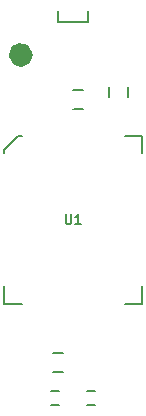
<source format=gto>
G04 #@! TF.GenerationSoftware,KiCad,Pcbnew,(5.1.5-0-10_14)*
G04 #@! TF.CreationDate,2020-12-14T09:21:21-05:00*
G04 #@! TF.ProjectId,GW28R8128,47573238-5238-4313-9238-2e6b69636164,rev?*
G04 #@! TF.SameCoordinates,Original*
G04 #@! TF.FileFunction,Legend,Top*
G04 #@! TF.FilePolarity,Positive*
%FSLAX46Y46*%
G04 Gerber Fmt 4.6, Leading zero omitted, Abs format (unit mm)*
G04 Created by KiCad (PCBNEW (5.1.5-0-10_14)) date 2020-12-14 09:21:21*
%MOMM*%
%LPD*%
G04 APERTURE LIST*
%ADD10C,0.200000*%
%ADD11C,1.280000*%
%ADD12C,0.152400*%
%ADD13C,0.127000*%
%ADD14C,0.203200*%
%ADD15C,0.100000*%
%ADD16C,2.000000*%
%ADD17R,1.852400X1.052400*%
G04 APERTURE END LIST*
D10*
X46990000Y-20066000D02*
X49530000Y-20066000D01*
X46990000Y-19177000D02*
X46990000Y-20066000D01*
X49530000Y-20066000D02*
X49530000Y-19177000D01*
D11*
X44196000Y-22860000D02*
G75*
G03X44196000Y-22860000I-381000J0D01*
G01*
D12*
X42435000Y-30907218D02*
X42435000Y-31190000D01*
X43607218Y-29735000D02*
X42435000Y-30907218D01*
X43890000Y-29735000D02*
X43607218Y-29735000D01*
X54085000Y-43925000D02*
X54085000Y-42470000D01*
X52630000Y-43925000D02*
X54085000Y-43925000D01*
X42435000Y-43925000D02*
X42435000Y-42470000D01*
X43890000Y-43925000D02*
X42435000Y-43925000D01*
X54085000Y-29735000D02*
X54085000Y-31190000D01*
X52630000Y-29735000D02*
X54085000Y-29735000D01*
X51270000Y-25628600D02*
X51270000Y-26441400D01*
X52870000Y-25628600D02*
X52870000Y-26441400D01*
X49086400Y-27470000D02*
X48273600Y-27470000D01*
X49086400Y-25870000D02*
X48273600Y-25870000D01*
X47396400Y-49695000D02*
X46583600Y-49695000D01*
X47396400Y-48095000D02*
X46583600Y-48095000D01*
D13*
X50134000Y-52543000D02*
X49434000Y-52543000D01*
X49434000Y-51343000D02*
X50134000Y-51343000D01*
X46386000Y-51343000D02*
X47086000Y-51343000D01*
X47086000Y-52543000D02*
X46386000Y-52543000D01*
D14*
X47640723Y-36384895D02*
X47640723Y-37042876D01*
X47679428Y-37120285D01*
X47718133Y-37158990D01*
X47795542Y-37197695D01*
X47950361Y-37197695D01*
X48027771Y-37158990D01*
X48066476Y-37120285D01*
X48105180Y-37042876D01*
X48105180Y-36384895D01*
X48917980Y-37197695D02*
X48453523Y-37197695D01*
X48685752Y-37197695D02*
X48685752Y-36384895D01*
X48608342Y-36501009D01*
X48530933Y-36578419D01*
X48453523Y-36617123D01*
%LPC*%
D15*
G36*
X41118270Y-19107259D02*
G01*
X41188001Y-19117603D01*
X41256383Y-19134731D01*
X41322757Y-19158480D01*
X41386483Y-19188621D01*
X41446948Y-19224862D01*
X41503570Y-19266856D01*
X41555803Y-19314197D01*
X41603144Y-19366430D01*
X41645138Y-19423052D01*
X41681379Y-19483517D01*
X41711520Y-19547243D01*
X41735269Y-19613617D01*
X41752397Y-19681999D01*
X41762741Y-19751730D01*
X41766200Y-19822140D01*
X41766200Y-20817860D01*
X41762741Y-20888270D01*
X41752397Y-20958001D01*
X41735269Y-21026383D01*
X41711520Y-21092757D01*
X41681379Y-21156483D01*
X41645138Y-21216948D01*
X41603144Y-21273570D01*
X41555803Y-21325803D01*
X41503570Y-21373144D01*
X41446948Y-21415138D01*
X41386483Y-21451379D01*
X41322757Y-21481520D01*
X41256383Y-21505269D01*
X41188001Y-21522397D01*
X41118270Y-21532741D01*
X41047860Y-21536200D01*
X40432140Y-21536200D01*
X40361730Y-21532741D01*
X40291999Y-21522397D01*
X40223617Y-21505269D01*
X40157243Y-21481520D01*
X40093517Y-21451379D01*
X40033052Y-21415138D01*
X39976430Y-21373144D01*
X39924197Y-21325803D01*
X39876856Y-21273570D01*
X39834862Y-21216948D01*
X39798621Y-21156483D01*
X39768480Y-21092757D01*
X39744731Y-21026383D01*
X39727603Y-20958001D01*
X39717259Y-20888270D01*
X39713800Y-20817860D01*
X39713800Y-19822140D01*
X39717259Y-19751730D01*
X39727603Y-19681999D01*
X39744731Y-19613617D01*
X39768480Y-19547243D01*
X39798621Y-19483517D01*
X39834862Y-19423052D01*
X39876856Y-19366430D01*
X39924197Y-19314197D01*
X39976430Y-19266856D01*
X40033052Y-19224862D01*
X40093517Y-19188621D01*
X40157243Y-19158480D01*
X40223617Y-19134731D01*
X40291999Y-19117603D01*
X40361730Y-19107259D01*
X40432140Y-19103800D01*
X41047860Y-19103800D01*
X41118270Y-19107259D01*
G37*
G36*
X56158270Y-52127259D02*
G01*
X56228001Y-52137603D01*
X56296383Y-52154731D01*
X56362757Y-52178480D01*
X56426483Y-52208621D01*
X56486948Y-52244862D01*
X56543570Y-52286856D01*
X56595803Y-52334197D01*
X56643144Y-52386430D01*
X56685138Y-52443052D01*
X56721379Y-52503517D01*
X56751520Y-52567243D01*
X56775269Y-52633617D01*
X56792397Y-52701999D01*
X56802741Y-52771730D01*
X56806200Y-52842140D01*
X56806200Y-53837860D01*
X56802741Y-53908270D01*
X56792397Y-53978001D01*
X56775269Y-54046383D01*
X56751520Y-54112757D01*
X56721379Y-54176483D01*
X56685138Y-54236948D01*
X56643144Y-54293570D01*
X56595803Y-54345803D01*
X56543570Y-54393144D01*
X56486948Y-54435138D01*
X56426483Y-54471379D01*
X56362757Y-54501520D01*
X56296383Y-54525269D01*
X56228001Y-54542397D01*
X56158270Y-54552741D01*
X56087860Y-54556200D01*
X55472140Y-54556200D01*
X55401730Y-54552741D01*
X55331999Y-54542397D01*
X55263617Y-54525269D01*
X55197243Y-54501520D01*
X55133517Y-54471379D01*
X55073052Y-54435138D01*
X55016430Y-54393144D01*
X54964197Y-54345803D01*
X54916856Y-54293570D01*
X54874862Y-54236948D01*
X54838621Y-54176483D01*
X54808480Y-54112757D01*
X54784731Y-54046383D01*
X54767603Y-53978001D01*
X54757259Y-53908270D01*
X54753800Y-53837860D01*
X54753800Y-52842140D01*
X54757259Y-52771730D01*
X54767603Y-52701999D01*
X54784731Y-52633617D01*
X54808480Y-52567243D01*
X54838621Y-52503517D01*
X54874862Y-52443052D01*
X54916856Y-52386430D01*
X54964197Y-52334197D01*
X55016430Y-52286856D01*
X55073052Y-52244862D01*
X55133517Y-52208621D01*
X55197243Y-52178480D01*
X55263617Y-52154731D01*
X55331999Y-52137603D01*
X55401730Y-52127259D01*
X55472140Y-52123800D01*
X56087860Y-52123800D01*
X56158270Y-52127259D01*
G37*
G36*
X40981408Y-21646922D02*
G01*
X41044345Y-21656258D01*
X41106063Y-21671717D01*
X41165969Y-21693152D01*
X41223485Y-21720355D01*
X41278058Y-21753065D01*
X41329163Y-21790966D01*
X41376306Y-21833694D01*
X41419034Y-21880837D01*
X41456935Y-21931942D01*
X41489645Y-21986515D01*
X41516848Y-22044031D01*
X41538283Y-22103937D01*
X41553742Y-22165655D01*
X41563078Y-22228592D01*
X41566200Y-22292140D01*
X41566200Y-23427860D01*
X41563078Y-23491408D01*
X41553742Y-23554345D01*
X41538283Y-23616063D01*
X41516848Y-23675969D01*
X41489645Y-23733485D01*
X41456935Y-23788058D01*
X41419034Y-23839163D01*
X41376306Y-23886306D01*
X41329163Y-23929034D01*
X41278058Y-23966935D01*
X41223485Y-23999645D01*
X41165969Y-24026848D01*
X41106063Y-24048283D01*
X41044345Y-24063742D01*
X40981408Y-24073078D01*
X40917860Y-24076200D01*
X40362140Y-24076200D01*
X40298592Y-24073078D01*
X40235655Y-24063742D01*
X40173937Y-24048283D01*
X40114031Y-24026848D01*
X40056515Y-23999645D01*
X40001942Y-23966935D01*
X39950837Y-23929034D01*
X39903694Y-23886306D01*
X39860966Y-23839163D01*
X39823065Y-23788058D01*
X39790355Y-23733485D01*
X39763152Y-23675969D01*
X39741717Y-23616063D01*
X39726258Y-23554345D01*
X39716922Y-23491408D01*
X39713800Y-23427860D01*
X39713800Y-22292140D01*
X39716922Y-22228592D01*
X39726258Y-22165655D01*
X39741717Y-22103937D01*
X39763152Y-22044031D01*
X39790355Y-21986515D01*
X39823065Y-21931942D01*
X39860966Y-21880837D01*
X39903694Y-21833694D01*
X39950837Y-21790966D01*
X40001942Y-21753065D01*
X40056515Y-21720355D01*
X40114031Y-21693152D01*
X40173937Y-21671717D01*
X40235655Y-21656258D01*
X40298592Y-21646922D01*
X40362140Y-21643800D01*
X40917860Y-21643800D01*
X40981408Y-21646922D01*
G37*
G36*
X56221408Y-49586922D02*
G01*
X56284345Y-49596258D01*
X56346063Y-49611717D01*
X56405969Y-49633152D01*
X56463485Y-49660355D01*
X56518058Y-49693065D01*
X56569163Y-49730966D01*
X56616306Y-49773694D01*
X56659034Y-49820837D01*
X56696935Y-49871942D01*
X56729645Y-49926515D01*
X56756848Y-49984031D01*
X56778283Y-50043937D01*
X56793742Y-50105655D01*
X56803078Y-50168592D01*
X56806200Y-50232140D01*
X56806200Y-51367860D01*
X56803078Y-51431408D01*
X56793742Y-51494345D01*
X56778283Y-51556063D01*
X56756848Y-51615969D01*
X56729645Y-51673485D01*
X56696935Y-51728058D01*
X56659034Y-51779163D01*
X56616306Y-51826306D01*
X56569163Y-51869034D01*
X56518058Y-51906935D01*
X56463485Y-51939645D01*
X56405969Y-51966848D01*
X56346063Y-51988283D01*
X56284345Y-52003742D01*
X56221408Y-52013078D01*
X56157860Y-52016200D01*
X55602140Y-52016200D01*
X55538592Y-52013078D01*
X55475655Y-52003742D01*
X55413937Y-51988283D01*
X55354031Y-51966848D01*
X55296515Y-51939645D01*
X55241942Y-51906935D01*
X55190837Y-51869034D01*
X55143694Y-51826306D01*
X55100966Y-51779163D01*
X55063065Y-51728058D01*
X55030355Y-51673485D01*
X55003152Y-51615969D01*
X54981717Y-51556063D01*
X54966258Y-51494345D01*
X54956922Y-51431408D01*
X54953800Y-51367860D01*
X54953800Y-50232140D01*
X54956922Y-50168592D01*
X54966258Y-50105655D01*
X54981717Y-50043937D01*
X55003152Y-49984031D01*
X55030355Y-49926515D01*
X55063065Y-49871942D01*
X55100966Y-49820837D01*
X55143694Y-49773694D01*
X55190837Y-49730966D01*
X55241942Y-49693065D01*
X55296515Y-49660355D01*
X55354031Y-49633152D01*
X55413937Y-49611717D01*
X55475655Y-49596258D01*
X55538592Y-49586922D01*
X55602140Y-49583800D01*
X56157860Y-49583800D01*
X56221408Y-49586922D01*
G37*
G36*
X40981408Y-24186922D02*
G01*
X41044345Y-24196258D01*
X41106063Y-24211717D01*
X41165969Y-24233152D01*
X41223485Y-24260355D01*
X41278058Y-24293065D01*
X41329163Y-24330966D01*
X41376306Y-24373694D01*
X41419034Y-24420837D01*
X41456935Y-24471942D01*
X41489645Y-24526515D01*
X41516848Y-24584031D01*
X41538283Y-24643937D01*
X41553742Y-24705655D01*
X41563078Y-24768592D01*
X41566200Y-24832140D01*
X41566200Y-25967860D01*
X41563078Y-26031408D01*
X41553742Y-26094345D01*
X41538283Y-26156063D01*
X41516848Y-26215969D01*
X41489645Y-26273485D01*
X41456935Y-26328058D01*
X41419034Y-26379163D01*
X41376306Y-26426306D01*
X41329163Y-26469034D01*
X41278058Y-26506935D01*
X41223485Y-26539645D01*
X41165969Y-26566848D01*
X41106063Y-26588283D01*
X41044345Y-26603742D01*
X40981408Y-26613078D01*
X40917860Y-26616200D01*
X40362140Y-26616200D01*
X40298592Y-26613078D01*
X40235655Y-26603742D01*
X40173937Y-26588283D01*
X40114031Y-26566848D01*
X40056515Y-26539645D01*
X40001942Y-26506935D01*
X39950837Y-26469034D01*
X39903694Y-26426306D01*
X39860966Y-26379163D01*
X39823065Y-26328058D01*
X39790355Y-26273485D01*
X39763152Y-26215969D01*
X39741717Y-26156063D01*
X39726258Y-26094345D01*
X39716922Y-26031408D01*
X39713800Y-25967860D01*
X39713800Y-24832140D01*
X39716922Y-24768592D01*
X39726258Y-24705655D01*
X39741717Y-24643937D01*
X39763152Y-24584031D01*
X39790355Y-24526515D01*
X39823065Y-24471942D01*
X39860966Y-24420837D01*
X39903694Y-24373694D01*
X39950837Y-24330966D01*
X40001942Y-24293065D01*
X40056515Y-24260355D01*
X40114031Y-24233152D01*
X40173937Y-24211717D01*
X40235655Y-24196258D01*
X40298592Y-24186922D01*
X40362140Y-24183800D01*
X40917860Y-24183800D01*
X40981408Y-24186922D01*
G37*
G36*
X56221408Y-47046922D02*
G01*
X56284345Y-47056258D01*
X56346063Y-47071717D01*
X56405969Y-47093152D01*
X56463485Y-47120355D01*
X56518058Y-47153065D01*
X56569163Y-47190966D01*
X56616306Y-47233694D01*
X56659034Y-47280837D01*
X56696935Y-47331942D01*
X56729645Y-47386515D01*
X56756848Y-47444031D01*
X56778283Y-47503937D01*
X56793742Y-47565655D01*
X56803078Y-47628592D01*
X56806200Y-47692140D01*
X56806200Y-48827860D01*
X56803078Y-48891408D01*
X56793742Y-48954345D01*
X56778283Y-49016063D01*
X56756848Y-49075969D01*
X56729645Y-49133485D01*
X56696935Y-49188058D01*
X56659034Y-49239163D01*
X56616306Y-49286306D01*
X56569163Y-49329034D01*
X56518058Y-49366935D01*
X56463485Y-49399645D01*
X56405969Y-49426848D01*
X56346063Y-49448283D01*
X56284345Y-49463742D01*
X56221408Y-49473078D01*
X56157860Y-49476200D01*
X55602140Y-49476200D01*
X55538592Y-49473078D01*
X55475655Y-49463742D01*
X55413937Y-49448283D01*
X55354031Y-49426848D01*
X55296515Y-49399645D01*
X55241942Y-49366935D01*
X55190837Y-49329034D01*
X55143694Y-49286306D01*
X55100966Y-49239163D01*
X55063065Y-49188058D01*
X55030355Y-49133485D01*
X55003152Y-49075969D01*
X54981717Y-49016063D01*
X54966258Y-48954345D01*
X54956922Y-48891408D01*
X54953800Y-48827860D01*
X54953800Y-47692140D01*
X54956922Y-47628592D01*
X54966258Y-47565655D01*
X54981717Y-47503937D01*
X55003152Y-47444031D01*
X55030355Y-47386515D01*
X55063065Y-47331942D01*
X55100966Y-47280837D01*
X55143694Y-47233694D01*
X55190837Y-47190966D01*
X55241942Y-47153065D01*
X55296515Y-47120355D01*
X55354031Y-47093152D01*
X55413937Y-47071717D01*
X55475655Y-47056258D01*
X55538592Y-47046922D01*
X55602140Y-47043800D01*
X56157860Y-47043800D01*
X56221408Y-47046922D01*
G37*
G36*
X40981408Y-26726922D02*
G01*
X41044345Y-26736258D01*
X41106063Y-26751717D01*
X41165969Y-26773152D01*
X41223485Y-26800355D01*
X41278058Y-26833065D01*
X41329163Y-26870966D01*
X41376306Y-26913694D01*
X41419034Y-26960837D01*
X41456935Y-27011942D01*
X41489645Y-27066515D01*
X41516848Y-27124031D01*
X41538283Y-27183937D01*
X41553742Y-27245655D01*
X41563078Y-27308592D01*
X41566200Y-27372140D01*
X41566200Y-28507860D01*
X41563078Y-28571408D01*
X41553742Y-28634345D01*
X41538283Y-28696063D01*
X41516848Y-28755969D01*
X41489645Y-28813485D01*
X41456935Y-28868058D01*
X41419034Y-28919163D01*
X41376306Y-28966306D01*
X41329163Y-29009034D01*
X41278058Y-29046935D01*
X41223485Y-29079645D01*
X41165969Y-29106848D01*
X41106063Y-29128283D01*
X41044345Y-29143742D01*
X40981408Y-29153078D01*
X40917860Y-29156200D01*
X40362140Y-29156200D01*
X40298592Y-29153078D01*
X40235655Y-29143742D01*
X40173937Y-29128283D01*
X40114031Y-29106848D01*
X40056515Y-29079645D01*
X40001942Y-29046935D01*
X39950837Y-29009034D01*
X39903694Y-28966306D01*
X39860966Y-28919163D01*
X39823065Y-28868058D01*
X39790355Y-28813485D01*
X39763152Y-28755969D01*
X39741717Y-28696063D01*
X39726258Y-28634345D01*
X39716922Y-28571408D01*
X39713800Y-28507860D01*
X39713800Y-27372140D01*
X39716922Y-27308592D01*
X39726258Y-27245655D01*
X39741717Y-27183937D01*
X39763152Y-27124031D01*
X39790355Y-27066515D01*
X39823065Y-27011942D01*
X39860966Y-26960837D01*
X39903694Y-26913694D01*
X39950837Y-26870966D01*
X40001942Y-26833065D01*
X40056515Y-26800355D01*
X40114031Y-26773152D01*
X40173937Y-26751717D01*
X40235655Y-26736258D01*
X40298592Y-26726922D01*
X40362140Y-26723800D01*
X40917860Y-26723800D01*
X40981408Y-26726922D01*
G37*
G36*
X56221408Y-44506922D02*
G01*
X56284345Y-44516258D01*
X56346063Y-44531717D01*
X56405969Y-44553152D01*
X56463485Y-44580355D01*
X56518058Y-44613065D01*
X56569163Y-44650966D01*
X56616306Y-44693694D01*
X56659034Y-44740837D01*
X56696935Y-44791942D01*
X56729645Y-44846515D01*
X56756848Y-44904031D01*
X56778283Y-44963937D01*
X56793742Y-45025655D01*
X56803078Y-45088592D01*
X56806200Y-45152140D01*
X56806200Y-46287860D01*
X56803078Y-46351408D01*
X56793742Y-46414345D01*
X56778283Y-46476063D01*
X56756848Y-46535969D01*
X56729645Y-46593485D01*
X56696935Y-46648058D01*
X56659034Y-46699163D01*
X56616306Y-46746306D01*
X56569163Y-46789034D01*
X56518058Y-46826935D01*
X56463485Y-46859645D01*
X56405969Y-46886848D01*
X56346063Y-46908283D01*
X56284345Y-46923742D01*
X56221408Y-46933078D01*
X56157860Y-46936200D01*
X55602140Y-46936200D01*
X55538592Y-46933078D01*
X55475655Y-46923742D01*
X55413937Y-46908283D01*
X55354031Y-46886848D01*
X55296515Y-46859645D01*
X55241942Y-46826935D01*
X55190837Y-46789034D01*
X55143694Y-46746306D01*
X55100966Y-46699163D01*
X55063065Y-46648058D01*
X55030355Y-46593485D01*
X55003152Y-46535969D01*
X54981717Y-46476063D01*
X54966258Y-46414345D01*
X54956922Y-46351408D01*
X54953800Y-46287860D01*
X54953800Y-45152140D01*
X54956922Y-45088592D01*
X54966258Y-45025655D01*
X54981717Y-44963937D01*
X55003152Y-44904031D01*
X55030355Y-44846515D01*
X55063065Y-44791942D01*
X55100966Y-44740837D01*
X55143694Y-44693694D01*
X55190837Y-44650966D01*
X55241942Y-44613065D01*
X55296515Y-44580355D01*
X55354031Y-44553152D01*
X55413937Y-44531717D01*
X55475655Y-44516258D01*
X55538592Y-44506922D01*
X55602140Y-44503800D01*
X56157860Y-44503800D01*
X56221408Y-44506922D01*
G37*
G36*
X40981408Y-29266922D02*
G01*
X41044345Y-29276258D01*
X41106063Y-29291717D01*
X41165969Y-29313152D01*
X41223485Y-29340355D01*
X41278058Y-29373065D01*
X41329163Y-29410966D01*
X41376306Y-29453694D01*
X41419034Y-29500837D01*
X41456935Y-29551942D01*
X41489645Y-29606515D01*
X41516848Y-29664031D01*
X41538283Y-29723937D01*
X41553742Y-29785655D01*
X41563078Y-29848592D01*
X41566200Y-29912140D01*
X41566200Y-31047860D01*
X41563078Y-31111408D01*
X41553742Y-31174345D01*
X41538283Y-31236063D01*
X41516848Y-31295969D01*
X41489645Y-31353485D01*
X41456935Y-31408058D01*
X41419034Y-31459163D01*
X41376306Y-31506306D01*
X41329163Y-31549034D01*
X41278058Y-31586935D01*
X41223485Y-31619645D01*
X41165969Y-31646848D01*
X41106063Y-31668283D01*
X41044345Y-31683742D01*
X40981408Y-31693078D01*
X40917860Y-31696200D01*
X40362140Y-31696200D01*
X40298592Y-31693078D01*
X40235655Y-31683742D01*
X40173937Y-31668283D01*
X40114031Y-31646848D01*
X40056515Y-31619645D01*
X40001942Y-31586935D01*
X39950837Y-31549034D01*
X39903694Y-31506306D01*
X39860966Y-31459163D01*
X39823065Y-31408058D01*
X39790355Y-31353485D01*
X39763152Y-31295969D01*
X39741717Y-31236063D01*
X39726258Y-31174345D01*
X39716922Y-31111408D01*
X39713800Y-31047860D01*
X39713800Y-29912140D01*
X39716922Y-29848592D01*
X39726258Y-29785655D01*
X39741717Y-29723937D01*
X39763152Y-29664031D01*
X39790355Y-29606515D01*
X39823065Y-29551942D01*
X39860966Y-29500837D01*
X39903694Y-29453694D01*
X39950837Y-29410966D01*
X40001942Y-29373065D01*
X40056515Y-29340355D01*
X40114031Y-29313152D01*
X40173937Y-29291717D01*
X40235655Y-29276258D01*
X40298592Y-29266922D01*
X40362140Y-29263800D01*
X40917860Y-29263800D01*
X40981408Y-29266922D01*
G37*
G36*
X56221408Y-41966922D02*
G01*
X56284345Y-41976258D01*
X56346063Y-41991717D01*
X56405969Y-42013152D01*
X56463485Y-42040355D01*
X56518058Y-42073065D01*
X56569163Y-42110966D01*
X56616306Y-42153694D01*
X56659034Y-42200837D01*
X56696935Y-42251942D01*
X56729645Y-42306515D01*
X56756848Y-42364031D01*
X56778283Y-42423937D01*
X56793742Y-42485655D01*
X56803078Y-42548592D01*
X56806200Y-42612140D01*
X56806200Y-43747860D01*
X56803078Y-43811408D01*
X56793742Y-43874345D01*
X56778283Y-43936063D01*
X56756848Y-43995969D01*
X56729645Y-44053485D01*
X56696935Y-44108058D01*
X56659034Y-44159163D01*
X56616306Y-44206306D01*
X56569163Y-44249034D01*
X56518058Y-44286935D01*
X56463485Y-44319645D01*
X56405969Y-44346848D01*
X56346063Y-44368283D01*
X56284345Y-44383742D01*
X56221408Y-44393078D01*
X56157860Y-44396200D01*
X55602140Y-44396200D01*
X55538592Y-44393078D01*
X55475655Y-44383742D01*
X55413937Y-44368283D01*
X55354031Y-44346848D01*
X55296515Y-44319645D01*
X55241942Y-44286935D01*
X55190837Y-44249034D01*
X55143694Y-44206306D01*
X55100966Y-44159163D01*
X55063065Y-44108058D01*
X55030355Y-44053485D01*
X55003152Y-43995969D01*
X54981717Y-43936063D01*
X54966258Y-43874345D01*
X54956922Y-43811408D01*
X54953800Y-43747860D01*
X54953800Y-42612140D01*
X54956922Y-42548592D01*
X54966258Y-42485655D01*
X54981717Y-42423937D01*
X55003152Y-42364031D01*
X55030355Y-42306515D01*
X55063065Y-42251942D01*
X55100966Y-42200837D01*
X55143694Y-42153694D01*
X55190837Y-42110966D01*
X55241942Y-42073065D01*
X55296515Y-42040355D01*
X55354031Y-42013152D01*
X55413937Y-41991717D01*
X55475655Y-41976258D01*
X55538592Y-41966922D01*
X55602140Y-41963800D01*
X56157860Y-41963800D01*
X56221408Y-41966922D01*
G37*
G36*
X40981408Y-31806922D02*
G01*
X41044345Y-31816258D01*
X41106063Y-31831717D01*
X41165969Y-31853152D01*
X41223485Y-31880355D01*
X41278058Y-31913065D01*
X41329163Y-31950966D01*
X41376306Y-31993694D01*
X41419034Y-32040837D01*
X41456935Y-32091942D01*
X41489645Y-32146515D01*
X41516848Y-32204031D01*
X41538283Y-32263937D01*
X41553742Y-32325655D01*
X41563078Y-32388592D01*
X41566200Y-32452140D01*
X41566200Y-33587860D01*
X41563078Y-33651408D01*
X41553742Y-33714345D01*
X41538283Y-33776063D01*
X41516848Y-33835969D01*
X41489645Y-33893485D01*
X41456935Y-33948058D01*
X41419034Y-33999163D01*
X41376306Y-34046306D01*
X41329163Y-34089034D01*
X41278058Y-34126935D01*
X41223485Y-34159645D01*
X41165969Y-34186848D01*
X41106063Y-34208283D01*
X41044345Y-34223742D01*
X40981408Y-34233078D01*
X40917860Y-34236200D01*
X40362140Y-34236200D01*
X40298592Y-34233078D01*
X40235655Y-34223742D01*
X40173937Y-34208283D01*
X40114031Y-34186848D01*
X40056515Y-34159645D01*
X40001942Y-34126935D01*
X39950837Y-34089034D01*
X39903694Y-34046306D01*
X39860966Y-33999163D01*
X39823065Y-33948058D01*
X39790355Y-33893485D01*
X39763152Y-33835969D01*
X39741717Y-33776063D01*
X39726258Y-33714345D01*
X39716922Y-33651408D01*
X39713800Y-33587860D01*
X39713800Y-32452140D01*
X39716922Y-32388592D01*
X39726258Y-32325655D01*
X39741717Y-32263937D01*
X39763152Y-32204031D01*
X39790355Y-32146515D01*
X39823065Y-32091942D01*
X39860966Y-32040837D01*
X39903694Y-31993694D01*
X39950837Y-31950966D01*
X40001942Y-31913065D01*
X40056515Y-31880355D01*
X40114031Y-31853152D01*
X40173937Y-31831717D01*
X40235655Y-31816258D01*
X40298592Y-31806922D01*
X40362140Y-31803800D01*
X40917860Y-31803800D01*
X40981408Y-31806922D01*
G37*
G36*
X56221408Y-39426922D02*
G01*
X56284345Y-39436258D01*
X56346063Y-39451717D01*
X56405969Y-39473152D01*
X56463485Y-39500355D01*
X56518058Y-39533065D01*
X56569163Y-39570966D01*
X56616306Y-39613694D01*
X56659034Y-39660837D01*
X56696935Y-39711942D01*
X56729645Y-39766515D01*
X56756848Y-39824031D01*
X56778283Y-39883937D01*
X56793742Y-39945655D01*
X56803078Y-40008592D01*
X56806200Y-40072140D01*
X56806200Y-41207860D01*
X56803078Y-41271408D01*
X56793742Y-41334345D01*
X56778283Y-41396063D01*
X56756848Y-41455969D01*
X56729645Y-41513485D01*
X56696935Y-41568058D01*
X56659034Y-41619163D01*
X56616306Y-41666306D01*
X56569163Y-41709034D01*
X56518058Y-41746935D01*
X56463485Y-41779645D01*
X56405969Y-41806848D01*
X56346063Y-41828283D01*
X56284345Y-41843742D01*
X56221408Y-41853078D01*
X56157860Y-41856200D01*
X55602140Y-41856200D01*
X55538592Y-41853078D01*
X55475655Y-41843742D01*
X55413937Y-41828283D01*
X55354031Y-41806848D01*
X55296515Y-41779645D01*
X55241942Y-41746935D01*
X55190837Y-41709034D01*
X55143694Y-41666306D01*
X55100966Y-41619163D01*
X55063065Y-41568058D01*
X55030355Y-41513485D01*
X55003152Y-41455969D01*
X54981717Y-41396063D01*
X54966258Y-41334345D01*
X54956922Y-41271408D01*
X54953800Y-41207860D01*
X54953800Y-40072140D01*
X54956922Y-40008592D01*
X54966258Y-39945655D01*
X54981717Y-39883937D01*
X55003152Y-39824031D01*
X55030355Y-39766515D01*
X55063065Y-39711942D01*
X55100966Y-39660837D01*
X55143694Y-39613694D01*
X55190837Y-39570966D01*
X55241942Y-39533065D01*
X55296515Y-39500355D01*
X55354031Y-39473152D01*
X55413937Y-39451717D01*
X55475655Y-39436258D01*
X55538592Y-39426922D01*
X55602140Y-39423800D01*
X56157860Y-39423800D01*
X56221408Y-39426922D01*
G37*
G36*
X40981408Y-34346922D02*
G01*
X41044345Y-34356258D01*
X41106063Y-34371717D01*
X41165969Y-34393152D01*
X41223485Y-34420355D01*
X41278058Y-34453065D01*
X41329163Y-34490966D01*
X41376306Y-34533694D01*
X41419034Y-34580837D01*
X41456935Y-34631942D01*
X41489645Y-34686515D01*
X41516848Y-34744031D01*
X41538283Y-34803937D01*
X41553742Y-34865655D01*
X41563078Y-34928592D01*
X41566200Y-34992140D01*
X41566200Y-36127860D01*
X41563078Y-36191408D01*
X41553742Y-36254345D01*
X41538283Y-36316063D01*
X41516848Y-36375969D01*
X41489645Y-36433485D01*
X41456935Y-36488058D01*
X41419034Y-36539163D01*
X41376306Y-36586306D01*
X41329163Y-36629034D01*
X41278058Y-36666935D01*
X41223485Y-36699645D01*
X41165969Y-36726848D01*
X41106063Y-36748283D01*
X41044345Y-36763742D01*
X40981408Y-36773078D01*
X40917860Y-36776200D01*
X40362140Y-36776200D01*
X40298592Y-36773078D01*
X40235655Y-36763742D01*
X40173937Y-36748283D01*
X40114031Y-36726848D01*
X40056515Y-36699645D01*
X40001942Y-36666935D01*
X39950837Y-36629034D01*
X39903694Y-36586306D01*
X39860966Y-36539163D01*
X39823065Y-36488058D01*
X39790355Y-36433485D01*
X39763152Y-36375969D01*
X39741717Y-36316063D01*
X39726258Y-36254345D01*
X39716922Y-36191408D01*
X39713800Y-36127860D01*
X39713800Y-34992140D01*
X39716922Y-34928592D01*
X39726258Y-34865655D01*
X39741717Y-34803937D01*
X39763152Y-34744031D01*
X39790355Y-34686515D01*
X39823065Y-34631942D01*
X39860966Y-34580837D01*
X39903694Y-34533694D01*
X39950837Y-34490966D01*
X40001942Y-34453065D01*
X40056515Y-34420355D01*
X40114031Y-34393152D01*
X40173937Y-34371717D01*
X40235655Y-34356258D01*
X40298592Y-34346922D01*
X40362140Y-34343800D01*
X40917860Y-34343800D01*
X40981408Y-34346922D01*
G37*
G36*
X56221408Y-36886922D02*
G01*
X56284345Y-36896258D01*
X56346063Y-36911717D01*
X56405969Y-36933152D01*
X56463485Y-36960355D01*
X56518058Y-36993065D01*
X56569163Y-37030966D01*
X56616306Y-37073694D01*
X56659034Y-37120837D01*
X56696935Y-37171942D01*
X56729645Y-37226515D01*
X56756848Y-37284031D01*
X56778283Y-37343937D01*
X56793742Y-37405655D01*
X56803078Y-37468592D01*
X56806200Y-37532140D01*
X56806200Y-38667860D01*
X56803078Y-38731408D01*
X56793742Y-38794345D01*
X56778283Y-38856063D01*
X56756848Y-38915969D01*
X56729645Y-38973485D01*
X56696935Y-39028058D01*
X56659034Y-39079163D01*
X56616306Y-39126306D01*
X56569163Y-39169034D01*
X56518058Y-39206935D01*
X56463485Y-39239645D01*
X56405969Y-39266848D01*
X56346063Y-39288283D01*
X56284345Y-39303742D01*
X56221408Y-39313078D01*
X56157860Y-39316200D01*
X55602140Y-39316200D01*
X55538592Y-39313078D01*
X55475655Y-39303742D01*
X55413937Y-39288283D01*
X55354031Y-39266848D01*
X55296515Y-39239645D01*
X55241942Y-39206935D01*
X55190837Y-39169034D01*
X55143694Y-39126306D01*
X55100966Y-39079163D01*
X55063065Y-39028058D01*
X55030355Y-38973485D01*
X55003152Y-38915969D01*
X54981717Y-38856063D01*
X54966258Y-38794345D01*
X54956922Y-38731408D01*
X54953800Y-38667860D01*
X54953800Y-37532140D01*
X54956922Y-37468592D01*
X54966258Y-37405655D01*
X54981717Y-37343937D01*
X55003152Y-37284031D01*
X55030355Y-37226515D01*
X55063065Y-37171942D01*
X55100966Y-37120837D01*
X55143694Y-37073694D01*
X55190837Y-37030966D01*
X55241942Y-36993065D01*
X55296515Y-36960355D01*
X55354031Y-36933152D01*
X55413937Y-36911717D01*
X55475655Y-36896258D01*
X55538592Y-36886922D01*
X55602140Y-36883800D01*
X56157860Y-36883800D01*
X56221408Y-36886922D01*
G37*
G36*
X40981408Y-36886922D02*
G01*
X41044345Y-36896258D01*
X41106063Y-36911717D01*
X41165969Y-36933152D01*
X41223485Y-36960355D01*
X41278058Y-36993065D01*
X41329163Y-37030966D01*
X41376306Y-37073694D01*
X41419034Y-37120837D01*
X41456935Y-37171942D01*
X41489645Y-37226515D01*
X41516848Y-37284031D01*
X41538283Y-37343937D01*
X41553742Y-37405655D01*
X41563078Y-37468592D01*
X41566200Y-37532140D01*
X41566200Y-38667860D01*
X41563078Y-38731408D01*
X41553742Y-38794345D01*
X41538283Y-38856063D01*
X41516848Y-38915969D01*
X41489645Y-38973485D01*
X41456935Y-39028058D01*
X41419034Y-39079163D01*
X41376306Y-39126306D01*
X41329163Y-39169034D01*
X41278058Y-39206935D01*
X41223485Y-39239645D01*
X41165969Y-39266848D01*
X41106063Y-39288283D01*
X41044345Y-39303742D01*
X40981408Y-39313078D01*
X40917860Y-39316200D01*
X40362140Y-39316200D01*
X40298592Y-39313078D01*
X40235655Y-39303742D01*
X40173937Y-39288283D01*
X40114031Y-39266848D01*
X40056515Y-39239645D01*
X40001942Y-39206935D01*
X39950837Y-39169034D01*
X39903694Y-39126306D01*
X39860966Y-39079163D01*
X39823065Y-39028058D01*
X39790355Y-38973485D01*
X39763152Y-38915969D01*
X39741717Y-38856063D01*
X39726258Y-38794345D01*
X39716922Y-38731408D01*
X39713800Y-38667860D01*
X39713800Y-37532140D01*
X39716922Y-37468592D01*
X39726258Y-37405655D01*
X39741717Y-37343937D01*
X39763152Y-37284031D01*
X39790355Y-37226515D01*
X39823065Y-37171942D01*
X39860966Y-37120837D01*
X39903694Y-37073694D01*
X39950837Y-37030966D01*
X40001942Y-36993065D01*
X40056515Y-36960355D01*
X40114031Y-36933152D01*
X40173937Y-36911717D01*
X40235655Y-36896258D01*
X40298592Y-36886922D01*
X40362140Y-36883800D01*
X40917860Y-36883800D01*
X40981408Y-36886922D01*
G37*
G36*
X56221408Y-34346922D02*
G01*
X56284345Y-34356258D01*
X56346063Y-34371717D01*
X56405969Y-34393152D01*
X56463485Y-34420355D01*
X56518058Y-34453065D01*
X56569163Y-34490966D01*
X56616306Y-34533694D01*
X56659034Y-34580837D01*
X56696935Y-34631942D01*
X56729645Y-34686515D01*
X56756848Y-34744031D01*
X56778283Y-34803937D01*
X56793742Y-34865655D01*
X56803078Y-34928592D01*
X56806200Y-34992140D01*
X56806200Y-36127860D01*
X56803078Y-36191408D01*
X56793742Y-36254345D01*
X56778283Y-36316063D01*
X56756848Y-36375969D01*
X56729645Y-36433485D01*
X56696935Y-36488058D01*
X56659034Y-36539163D01*
X56616306Y-36586306D01*
X56569163Y-36629034D01*
X56518058Y-36666935D01*
X56463485Y-36699645D01*
X56405969Y-36726848D01*
X56346063Y-36748283D01*
X56284345Y-36763742D01*
X56221408Y-36773078D01*
X56157860Y-36776200D01*
X55602140Y-36776200D01*
X55538592Y-36773078D01*
X55475655Y-36763742D01*
X55413937Y-36748283D01*
X55354031Y-36726848D01*
X55296515Y-36699645D01*
X55241942Y-36666935D01*
X55190837Y-36629034D01*
X55143694Y-36586306D01*
X55100966Y-36539163D01*
X55063065Y-36488058D01*
X55030355Y-36433485D01*
X55003152Y-36375969D01*
X54981717Y-36316063D01*
X54966258Y-36254345D01*
X54956922Y-36191408D01*
X54953800Y-36127860D01*
X54953800Y-34992140D01*
X54956922Y-34928592D01*
X54966258Y-34865655D01*
X54981717Y-34803937D01*
X55003152Y-34744031D01*
X55030355Y-34686515D01*
X55063065Y-34631942D01*
X55100966Y-34580837D01*
X55143694Y-34533694D01*
X55190837Y-34490966D01*
X55241942Y-34453065D01*
X55296515Y-34420355D01*
X55354031Y-34393152D01*
X55413937Y-34371717D01*
X55475655Y-34356258D01*
X55538592Y-34346922D01*
X55602140Y-34343800D01*
X56157860Y-34343800D01*
X56221408Y-34346922D01*
G37*
G36*
X40981408Y-39426922D02*
G01*
X41044345Y-39436258D01*
X41106063Y-39451717D01*
X41165969Y-39473152D01*
X41223485Y-39500355D01*
X41278058Y-39533065D01*
X41329163Y-39570966D01*
X41376306Y-39613694D01*
X41419034Y-39660837D01*
X41456935Y-39711942D01*
X41489645Y-39766515D01*
X41516848Y-39824031D01*
X41538283Y-39883937D01*
X41553742Y-39945655D01*
X41563078Y-40008592D01*
X41566200Y-40072140D01*
X41566200Y-41207860D01*
X41563078Y-41271408D01*
X41553742Y-41334345D01*
X41538283Y-41396063D01*
X41516848Y-41455969D01*
X41489645Y-41513485D01*
X41456935Y-41568058D01*
X41419034Y-41619163D01*
X41376306Y-41666306D01*
X41329163Y-41709034D01*
X41278058Y-41746935D01*
X41223485Y-41779645D01*
X41165969Y-41806848D01*
X41106063Y-41828283D01*
X41044345Y-41843742D01*
X40981408Y-41853078D01*
X40917860Y-41856200D01*
X40362140Y-41856200D01*
X40298592Y-41853078D01*
X40235655Y-41843742D01*
X40173937Y-41828283D01*
X40114031Y-41806848D01*
X40056515Y-41779645D01*
X40001942Y-41746935D01*
X39950837Y-41709034D01*
X39903694Y-41666306D01*
X39860966Y-41619163D01*
X39823065Y-41568058D01*
X39790355Y-41513485D01*
X39763152Y-41455969D01*
X39741717Y-41396063D01*
X39726258Y-41334345D01*
X39716922Y-41271408D01*
X39713800Y-41207860D01*
X39713800Y-40072140D01*
X39716922Y-40008592D01*
X39726258Y-39945655D01*
X39741717Y-39883937D01*
X39763152Y-39824031D01*
X39790355Y-39766515D01*
X39823065Y-39711942D01*
X39860966Y-39660837D01*
X39903694Y-39613694D01*
X39950837Y-39570966D01*
X40001942Y-39533065D01*
X40056515Y-39500355D01*
X40114031Y-39473152D01*
X40173937Y-39451717D01*
X40235655Y-39436258D01*
X40298592Y-39426922D01*
X40362140Y-39423800D01*
X40917860Y-39423800D01*
X40981408Y-39426922D01*
G37*
G36*
X56221408Y-31806922D02*
G01*
X56284345Y-31816258D01*
X56346063Y-31831717D01*
X56405969Y-31853152D01*
X56463485Y-31880355D01*
X56518058Y-31913065D01*
X56569163Y-31950966D01*
X56616306Y-31993694D01*
X56659034Y-32040837D01*
X56696935Y-32091942D01*
X56729645Y-32146515D01*
X56756848Y-32204031D01*
X56778283Y-32263937D01*
X56793742Y-32325655D01*
X56803078Y-32388592D01*
X56806200Y-32452140D01*
X56806200Y-33587860D01*
X56803078Y-33651408D01*
X56793742Y-33714345D01*
X56778283Y-33776063D01*
X56756848Y-33835969D01*
X56729645Y-33893485D01*
X56696935Y-33948058D01*
X56659034Y-33999163D01*
X56616306Y-34046306D01*
X56569163Y-34089034D01*
X56518058Y-34126935D01*
X56463485Y-34159645D01*
X56405969Y-34186848D01*
X56346063Y-34208283D01*
X56284345Y-34223742D01*
X56221408Y-34233078D01*
X56157860Y-34236200D01*
X55602140Y-34236200D01*
X55538592Y-34233078D01*
X55475655Y-34223742D01*
X55413937Y-34208283D01*
X55354031Y-34186848D01*
X55296515Y-34159645D01*
X55241942Y-34126935D01*
X55190837Y-34089034D01*
X55143694Y-34046306D01*
X55100966Y-33999163D01*
X55063065Y-33948058D01*
X55030355Y-33893485D01*
X55003152Y-33835969D01*
X54981717Y-33776063D01*
X54966258Y-33714345D01*
X54956922Y-33651408D01*
X54953800Y-33587860D01*
X54953800Y-32452140D01*
X54956922Y-32388592D01*
X54966258Y-32325655D01*
X54981717Y-32263937D01*
X55003152Y-32204031D01*
X55030355Y-32146515D01*
X55063065Y-32091942D01*
X55100966Y-32040837D01*
X55143694Y-31993694D01*
X55190837Y-31950966D01*
X55241942Y-31913065D01*
X55296515Y-31880355D01*
X55354031Y-31853152D01*
X55413937Y-31831717D01*
X55475655Y-31816258D01*
X55538592Y-31806922D01*
X55602140Y-31803800D01*
X56157860Y-31803800D01*
X56221408Y-31806922D01*
G37*
G36*
X40981408Y-41966922D02*
G01*
X41044345Y-41976258D01*
X41106063Y-41991717D01*
X41165969Y-42013152D01*
X41223485Y-42040355D01*
X41278058Y-42073065D01*
X41329163Y-42110966D01*
X41376306Y-42153694D01*
X41419034Y-42200837D01*
X41456935Y-42251942D01*
X41489645Y-42306515D01*
X41516848Y-42364031D01*
X41538283Y-42423937D01*
X41553742Y-42485655D01*
X41563078Y-42548592D01*
X41566200Y-42612140D01*
X41566200Y-43747860D01*
X41563078Y-43811408D01*
X41553742Y-43874345D01*
X41538283Y-43936063D01*
X41516848Y-43995969D01*
X41489645Y-44053485D01*
X41456935Y-44108058D01*
X41419034Y-44159163D01*
X41376306Y-44206306D01*
X41329163Y-44249034D01*
X41278058Y-44286935D01*
X41223485Y-44319645D01*
X41165969Y-44346848D01*
X41106063Y-44368283D01*
X41044345Y-44383742D01*
X40981408Y-44393078D01*
X40917860Y-44396200D01*
X40362140Y-44396200D01*
X40298592Y-44393078D01*
X40235655Y-44383742D01*
X40173937Y-44368283D01*
X40114031Y-44346848D01*
X40056515Y-44319645D01*
X40001942Y-44286935D01*
X39950837Y-44249034D01*
X39903694Y-44206306D01*
X39860966Y-44159163D01*
X39823065Y-44108058D01*
X39790355Y-44053485D01*
X39763152Y-43995969D01*
X39741717Y-43936063D01*
X39726258Y-43874345D01*
X39716922Y-43811408D01*
X39713800Y-43747860D01*
X39713800Y-42612140D01*
X39716922Y-42548592D01*
X39726258Y-42485655D01*
X39741717Y-42423937D01*
X39763152Y-42364031D01*
X39790355Y-42306515D01*
X39823065Y-42251942D01*
X39860966Y-42200837D01*
X39903694Y-42153694D01*
X39950837Y-42110966D01*
X40001942Y-42073065D01*
X40056515Y-42040355D01*
X40114031Y-42013152D01*
X40173937Y-41991717D01*
X40235655Y-41976258D01*
X40298592Y-41966922D01*
X40362140Y-41963800D01*
X40917860Y-41963800D01*
X40981408Y-41966922D01*
G37*
G36*
X56221408Y-29266922D02*
G01*
X56284345Y-29276258D01*
X56346063Y-29291717D01*
X56405969Y-29313152D01*
X56463485Y-29340355D01*
X56518058Y-29373065D01*
X56569163Y-29410966D01*
X56616306Y-29453694D01*
X56659034Y-29500837D01*
X56696935Y-29551942D01*
X56729645Y-29606515D01*
X56756848Y-29664031D01*
X56778283Y-29723937D01*
X56793742Y-29785655D01*
X56803078Y-29848592D01*
X56806200Y-29912140D01*
X56806200Y-31047860D01*
X56803078Y-31111408D01*
X56793742Y-31174345D01*
X56778283Y-31236063D01*
X56756848Y-31295969D01*
X56729645Y-31353485D01*
X56696935Y-31408058D01*
X56659034Y-31459163D01*
X56616306Y-31506306D01*
X56569163Y-31549034D01*
X56518058Y-31586935D01*
X56463485Y-31619645D01*
X56405969Y-31646848D01*
X56346063Y-31668283D01*
X56284345Y-31683742D01*
X56221408Y-31693078D01*
X56157860Y-31696200D01*
X55602140Y-31696200D01*
X55538592Y-31693078D01*
X55475655Y-31683742D01*
X55413937Y-31668283D01*
X55354031Y-31646848D01*
X55296515Y-31619645D01*
X55241942Y-31586935D01*
X55190837Y-31549034D01*
X55143694Y-31506306D01*
X55100966Y-31459163D01*
X55063065Y-31408058D01*
X55030355Y-31353485D01*
X55003152Y-31295969D01*
X54981717Y-31236063D01*
X54966258Y-31174345D01*
X54956922Y-31111408D01*
X54953800Y-31047860D01*
X54953800Y-29912140D01*
X54956922Y-29848592D01*
X54966258Y-29785655D01*
X54981717Y-29723937D01*
X55003152Y-29664031D01*
X55030355Y-29606515D01*
X55063065Y-29551942D01*
X55100966Y-29500837D01*
X55143694Y-29453694D01*
X55190837Y-29410966D01*
X55241942Y-29373065D01*
X55296515Y-29340355D01*
X55354031Y-29313152D01*
X55413937Y-29291717D01*
X55475655Y-29276258D01*
X55538592Y-29266922D01*
X55602140Y-29263800D01*
X56157860Y-29263800D01*
X56221408Y-29266922D01*
G37*
G36*
X40981408Y-44506922D02*
G01*
X41044345Y-44516258D01*
X41106063Y-44531717D01*
X41165969Y-44553152D01*
X41223485Y-44580355D01*
X41278058Y-44613065D01*
X41329163Y-44650966D01*
X41376306Y-44693694D01*
X41419034Y-44740837D01*
X41456935Y-44791942D01*
X41489645Y-44846515D01*
X41516848Y-44904031D01*
X41538283Y-44963937D01*
X41553742Y-45025655D01*
X41563078Y-45088592D01*
X41566200Y-45152140D01*
X41566200Y-46287860D01*
X41563078Y-46351408D01*
X41553742Y-46414345D01*
X41538283Y-46476063D01*
X41516848Y-46535969D01*
X41489645Y-46593485D01*
X41456935Y-46648058D01*
X41419034Y-46699163D01*
X41376306Y-46746306D01*
X41329163Y-46789034D01*
X41278058Y-46826935D01*
X41223485Y-46859645D01*
X41165969Y-46886848D01*
X41106063Y-46908283D01*
X41044345Y-46923742D01*
X40981408Y-46933078D01*
X40917860Y-46936200D01*
X40362140Y-46936200D01*
X40298592Y-46933078D01*
X40235655Y-46923742D01*
X40173937Y-46908283D01*
X40114031Y-46886848D01*
X40056515Y-46859645D01*
X40001942Y-46826935D01*
X39950837Y-46789034D01*
X39903694Y-46746306D01*
X39860966Y-46699163D01*
X39823065Y-46648058D01*
X39790355Y-46593485D01*
X39763152Y-46535969D01*
X39741717Y-46476063D01*
X39726258Y-46414345D01*
X39716922Y-46351408D01*
X39713800Y-46287860D01*
X39713800Y-45152140D01*
X39716922Y-45088592D01*
X39726258Y-45025655D01*
X39741717Y-44963937D01*
X39763152Y-44904031D01*
X39790355Y-44846515D01*
X39823065Y-44791942D01*
X39860966Y-44740837D01*
X39903694Y-44693694D01*
X39950837Y-44650966D01*
X40001942Y-44613065D01*
X40056515Y-44580355D01*
X40114031Y-44553152D01*
X40173937Y-44531717D01*
X40235655Y-44516258D01*
X40298592Y-44506922D01*
X40362140Y-44503800D01*
X40917860Y-44503800D01*
X40981408Y-44506922D01*
G37*
G36*
X56221408Y-26726922D02*
G01*
X56284345Y-26736258D01*
X56346063Y-26751717D01*
X56405969Y-26773152D01*
X56463485Y-26800355D01*
X56518058Y-26833065D01*
X56569163Y-26870966D01*
X56616306Y-26913694D01*
X56659034Y-26960837D01*
X56696935Y-27011942D01*
X56729645Y-27066515D01*
X56756848Y-27124031D01*
X56778283Y-27183937D01*
X56793742Y-27245655D01*
X56803078Y-27308592D01*
X56806200Y-27372140D01*
X56806200Y-28507860D01*
X56803078Y-28571408D01*
X56793742Y-28634345D01*
X56778283Y-28696063D01*
X56756848Y-28755969D01*
X56729645Y-28813485D01*
X56696935Y-28868058D01*
X56659034Y-28919163D01*
X56616306Y-28966306D01*
X56569163Y-29009034D01*
X56518058Y-29046935D01*
X56463485Y-29079645D01*
X56405969Y-29106848D01*
X56346063Y-29128283D01*
X56284345Y-29143742D01*
X56221408Y-29153078D01*
X56157860Y-29156200D01*
X55602140Y-29156200D01*
X55538592Y-29153078D01*
X55475655Y-29143742D01*
X55413937Y-29128283D01*
X55354031Y-29106848D01*
X55296515Y-29079645D01*
X55241942Y-29046935D01*
X55190837Y-29009034D01*
X55143694Y-28966306D01*
X55100966Y-28919163D01*
X55063065Y-28868058D01*
X55030355Y-28813485D01*
X55003152Y-28755969D01*
X54981717Y-28696063D01*
X54966258Y-28634345D01*
X54956922Y-28571408D01*
X54953800Y-28507860D01*
X54953800Y-27372140D01*
X54956922Y-27308592D01*
X54966258Y-27245655D01*
X54981717Y-27183937D01*
X55003152Y-27124031D01*
X55030355Y-27066515D01*
X55063065Y-27011942D01*
X55100966Y-26960837D01*
X55143694Y-26913694D01*
X55190837Y-26870966D01*
X55241942Y-26833065D01*
X55296515Y-26800355D01*
X55354031Y-26773152D01*
X55413937Y-26751717D01*
X55475655Y-26736258D01*
X55538592Y-26726922D01*
X55602140Y-26723800D01*
X56157860Y-26723800D01*
X56221408Y-26726922D01*
G37*
G36*
X40981408Y-47046922D02*
G01*
X41044345Y-47056258D01*
X41106063Y-47071717D01*
X41165969Y-47093152D01*
X41223485Y-47120355D01*
X41278058Y-47153065D01*
X41329163Y-47190966D01*
X41376306Y-47233694D01*
X41419034Y-47280837D01*
X41456935Y-47331942D01*
X41489645Y-47386515D01*
X41516848Y-47444031D01*
X41538283Y-47503937D01*
X41553742Y-47565655D01*
X41563078Y-47628592D01*
X41566200Y-47692140D01*
X41566200Y-48827860D01*
X41563078Y-48891408D01*
X41553742Y-48954345D01*
X41538283Y-49016063D01*
X41516848Y-49075969D01*
X41489645Y-49133485D01*
X41456935Y-49188058D01*
X41419034Y-49239163D01*
X41376306Y-49286306D01*
X41329163Y-49329034D01*
X41278058Y-49366935D01*
X41223485Y-49399645D01*
X41165969Y-49426848D01*
X41106063Y-49448283D01*
X41044345Y-49463742D01*
X40981408Y-49473078D01*
X40917860Y-49476200D01*
X40362140Y-49476200D01*
X40298592Y-49473078D01*
X40235655Y-49463742D01*
X40173937Y-49448283D01*
X40114031Y-49426848D01*
X40056515Y-49399645D01*
X40001942Y-49366935D01*
X39950837Y-49329034D01*
X39903694Y-49286306D01*
X39860966Y-49239163D01*
X39823065Y-49188058D01*
X39790355Y-49133485D01*
X39763152Y-49075969D01*
X39741717Y-49016063D01*
X39726258Y-48954345D01*
X39716922Y-48891408D01*
X39713800Y-48827860D01*
X39713800Y-47692140D01*
X39716922Y-47628592D01*
X39726258Y-47565655D01*
X39741717Y-47503937D01*
X39763152Y-47444031D01*
X39790355Y-47386515D01*
X39823065Y-47331942D01*
X39860966Y-47280837D01*
X39903694Y-47233694D01*
X39950837Y-47190966D01*
X40001942Y-47153065D01*
X40056515Y-47120355D01*
X40114031Y-47093152D01*
X40173937Y-47071717D01*
X40235655Y-47056258D01*
X40298592Y-47046922D01*
X40362140Y-47043800D01*
X40917860Y-47043800D01*
X40981408Y-47046922D01*
G37*
G36*
X56221408Y-24186922D02*
G01*
X56284345Y-24196258D01*
X56346063Y-24211717D01*
X56405969Y-24233152D01*
X56463485Y-24260355D01*
X56518058Y-24293065D01*
X56569163Y-24330966D01*
X56616306Y-24373694D01*
X56659034Y-24420837D01*
X56696935Y-24471942D01*
X56729645Y-24526515D01*
X56756848Y-24584031D01*
X56778283Y-24643937D01*
X56793742Y-24705655D01*
X56803078Y-24768592D01*
X56806200Y-24832140D01*
X56806200Y-25967860D01*
X56803078Y-26031408D01*
X56793742Y-26094345D01*
X56778283Y-26156063D01*
X56756848Y-26215969D01*
X56729645Y-26273485D01*
X56696935Y-26328058D01*
X56659034Y-26379163D01*
X56616306Y-26426306D01*
X56569163Y-26469034D01*
X56518058Y-26506935D01*
X56463485Y-26539645D01*
X56405969Y-26566848D01*
X56346063Y-26588283D01*
X56284345Y-26603742D01*
X56221408Y-26613078D01*
X56157860Y-26616200D01*
X55602140Y-26616200D01*
X55538592Y-26613078D01*
X55475655Y-26603742D01*
X55413937Y-26588283D01*
X55354031Y-26566848D01*
X55296515Y-26539645D01*
X55241942Y-26506935D01*
X55190837Y-26469034D01*
X55143694Y-26426306D01*
X55100966Y-26379163D01*
X55063065Y-26328058D01*
X55030355Y-26273485D01*
X55003152Y-26215969D01*
X54981717Y-26156063D01*
X54966258Y-26094345D01*
X54956922Y-26031408D01*
X54953800Y-25967860D01*
X54953800Y-24832140D01*
X54956922Y-24768592D01*
X54966258Y-24705655D01*
X54981717Y-24643937D01*
X55003152Y-24584031D01*
X55030355Y-24526515D01*
X55063065Y-24471942D01*
X55100966Y-24420837D01*
X55143694Y-24373694D01*
X55190837Y-24330966D01*
X55241942Y-24293065D01*
X55296515Y-24260355D01*
X55354031Y-24233152D01*
X55413937Y-24211717D01*
X55475655Y-24196258D01*
X55538592Y-24186922D01*
X55602140Y-24183800D01*
X56157860Y-24183800D01*
X56221408Y-24186922D01*
G37*
G36*
X40981408Y-49586922D02*
G01*
X41044345Y-49596258D01*
X41106063Y-49611717D01*
X41165969Y-49633152D01*
X41223485Y-49660355D01*
X41278058Y-49693065D01*
X41329163Y-49730966D01*
X41376306Y-49773694D01*
X41419034Y-49820837D01*
X41456935Y-49871942D01*
X41489645Y-49926515D01*
X41516848Y-49984031D01*
X41538283Y-50043937D01*
X41553742Y-50105655D01*
X41563078Y-50168592D01*
X41566200Y-50232140D01*
X41566200Y-51367860D01*
X41563078Y-51431408D01*
X41553742Y-51494345D01*
X41538283Y-51556063D01*
X41516848Y-51615969D01*
X41489645Y-51673485D01*
X41456935Y-51728058D01*
X41419034Y-51779163D01*
X41376306Y-51826306D01*
X41329163Y-51869034D01*
X41278058Y-51906935D01*
X41223485Y-51939645D01*
X41165969Y-51966848D01*
X41106063Y-51988283D01*
X41044345Y-52003742D01*
X40981408Y-52013078D01*
X40917860Y-52016200D01*
X40362140Y-52016200D01*
X40298592Y-52013078D01*
X40235655Y-52003742D01*
X40173937Y-51988283D01*
X40114031Y-51966848D01*
X40056515Y-51939645D01*
X40001942Y-51906935D01*
X39950837Y-51869034D01*
X39903694Y-51826306D01*
X39860966Y-51779163D01*
X39823065Y-51728058D01*
X39790355Y-51673485D01*
X39763152Y-51615969D01*
X39741717Y-51556063D01*
X39726258Y-51494345D01*
X39716922Y-51431408D01*
X39713800Y-51367860D01*
X39713800Y-50232140D01*
X39716922Y-50168592D01*
X39726258Y-50105655D01*
X39741717Y-50043937D01*
X39763152Y-49984031D01*
X39790355Y-49926515D01*
X39823065Y-49871942D01*
X39860966Y-49820837D01*
X39903694Y-49773694D01*
X39950837Y-49730966D01*
X40001942Y-49693065D01*
X40056515Y-49660355D01*
X40114031Y-49633152D01*
X40173937Y-49611717D01*
X40235655Y-49596258D01*
X40298592Y-49586922D01*
X40362140Y-49583800D01*
X40917860Y-49583800D01*
X40981408Y-49586922D01*
G37*
G36*
X56221408Y-21646922D02*
G01*
X56284345Y-21656258D01*
X56346063Y-21671717D01*
X56405969Y-21693152D01*
X56463485Y-21720355D01*
X56518058Y-21753065D01*
X56569163Y-21790966D01*
X56616306Y-21833694D01*
X56659034Y-21880837D01*
X56696935Y-21931942D01*
X56729645Y-21986515D01*
X56756848Y-22044031D01*
X56778283Y-22103937D01*
X56793742Y-22165655D01*
X56803078Y-22228592D01*
X56806200Y-22292140D01*
X56806200Y-23427860D01*
X56803078Y-23491408D01*
X56793742Y-23554345D01*
X56778283Y-23616063D01*
X56756848Y-23675969D01*
X56729645Y-23733485D01*
X56696935Y-23788058D01*
X56659034Y-23839163D01*
X56616306Y-23886306D01*
X56569163Y-23929034D01*
X56518058Y-23966935D01*
X56463485Y-23999645D01*
X56405969Y-24026848D01*
X56346063Y-24048283D01*
X56284345Y-24063742D01*
X56221408Y-24073078D01*
X56157860Y-24076200D01*
X55602140Y-24076200D01*
X55538592Y-24073078D01*
X55475655Y-24063742D01*
X55413937Y-24048283D01*
X55354031Y-24026848D01*
X55296515Y-23999645D01*
X55241942Y-23966935D01*
X55190837Y-23929034D01*
X55143694Y-23886306D01*
X55100966Y-23839163D01*
X55063065Y-23788058D01*
X55030355Y-23733485D01*
X55003152Y-23675969D01*
X54981717Y-23616063D01*
X54966258Y-23554345D01*
X54956922Y-23491408D01*
X54953800Y-23427860D01*
X54953800Y-22292140D01*
X54956922Y-22228592D01*
X54966258Y-22165655D01*
X54981717Y-22103937D01*
X55003152Y-22044031D01*
X55030355Y-21986515D01*
X55063065Y-21931942D01*
X55100966Y-21880837D01*
X55143694Y-21833694D01*
X55190837Y-21790966D01*
X55241942Y-21753065D01*
X55296515Y-21720355D01*
X55354031Y-21693152D01*
X55413937Y-21671717D01*
X55475655Y-21656258D01*
X55538592Y-21646922D01*
X55602140Y-21643800D01*
X56157860Y-21643800D01*
X56221408Y-21646922D01*
G37*
G36*
X41118270Y-52127259D02*
G01*
X41188001Y-52137603D01*
X41256383Y-52154731D01*
X41322757Y-52178480D01*
X41386483Y-52208621D01*
X41446948Y-52244862D01*
X41503570Y-52286856D01*
X41555803Y-52334197D01*
X41603144Y-52386430D01*
X41645138Y-52443052D01*
X41681379Y-52503517D01*
X41711520Y-52567243D01*
X41735269Y-52633617D01*
X41752397Y-52701999D01*
X41762741Y-52771730D01*
X41766200Y-52842140D01*
X41766200Y-53837860D01*
X41762741Y-53908270D01*
X41752397Y-53978001D01*
X41735269Y-54046383D01*
X41711520Y-54112757D01*
X41681379Y-54176483D01*
X41645138Y-54236948D01*
X41603144Y-54293570D01*
X41555803Y-54345803D01*
X41503570Y-54393144D01*
X41446948Y-54435138D01*
X41386483Y-54471379D01*
X41322757Y-54501520D01*
X41256383Y-54525269D01*
X41188001Y-54542397D01*
X41118270Y-54552741D01*
X41047860Y-54556200D01*
X40432140Y-54556200D01*
X40361730Y-54552741D01*
X40291999Y-54542397D01*
X40223617Y-54525269D01*
X40157243Y-54501520D01*
X40093517Y-54471379D01*
X40033052Y-54435138D01*
X39976430Y-54393144D01*
X39924197Y-54345803D01*
X39876856Y-54293570D01*
X39834862Y-54236948D01*
X39798621Y-54176483D01*
X39768480Y-54112757D01*
X39744731Y-54046383D01*
X39727603Y-53978001D01*
X39717259Y-53908270D01*
X39713800Y-53837860D01*
X39713800Y-52842140D01*
X39717259Y-52771730D01*
X39727603Y-52701999D01*
X39744731Y-52633617D01*
X39768480Y-52567243D01*
X39798621Y-52503517D01*
X39834862Y-52443052D01*
X39876856Y-52386430D01*
X39924197Y-52334197D01*
X39976430Y-52286856D01*
X40033052Y-52244862D01*
X40093517Y-52208621D01*
X40157243Y-52178480D01*
X40223617Y-52154731D01*
X40291999Y-52137603D01*
X40361730Y-52127259D01*
X40432140Y-52123800D01*
X41047860Y-52123800D01*
X41118270Y-52127259D01*
G37*
G36*
X56158270Y-19107259D02*
G01*
X56228001Y-19117603D01*
X56296383Y-19134731D01*
X56362757Y-19158480D01*
X56426483Y-19188621D01*
X56486948Y-19224862D01*
X56543570Y-19266856D01*
X56595803Y-19314197D01*
X56643144Y-19366430D01*
X56685138Y-19423052D01*
X56721379Y-19483517D01*
X56751520Y-19547243D01*
X56775269Y-19613617D01*
X56792397Y-19681999D01*
X56802741Y-19751730D01*
X56806200Y-19822140D01*
X56806200Y-20817860D01*
X56802741Y-20888270D01*
X56792397Y-20958001D01*
X56775269Y-21026383D01*
X56751520Y-21092757D01*
X56721379Y-21156483D01*
X56685138Y-21216948D01*
X56643144Y-21273570D01*
X56595803Y-21325803D01*
X56543570Y-21373144D01*
X56486948Y-21415138D01*
X56426483Y-21451379D01*
X56362757Y-21481520D01*
X56296383Y-21505269D01*
X56228001Y-21522397D01*
X56158270Y-21532741D01*
X56087860Y-21536200D01*
X55472140Y-21536200D01*
X55401730Y-21532741D01*
X55331999Y-21522397D01*
X55263617Y-21505269D01*
X55197243Y-21481520D01*
X55133517Y-21451379D01*
X55073052Y-21415138D01*
X55016430Y-21373144D01*
X54964197Y-21325803D01*
X54916856Y-21273570D01*
X54874862Y-21216948D01*
X54838621Y-21156483D01*
X54808480Y-21092757D01*
X54784731Y-21026383D01*
X54767603Y-20958001D01*
X54757259Y-20888270D01*
X54753800Y-20817860D01*
X54753800Y-19822140D01*
X54757259Y-19751730D01*
X54767603Y-19681999D01*
X54784731Y-19613617D01*
X54808480Y-19547243D01*
X54838621Y-19483517D01*
X54874862Y-19423052D01*
X54916856Y-19366430D01*
X54964197Y-19314197D01*
X55016430Y-19266856D01*
X55073052Y-19224862D01*
X55133517Y-19188621D01*
X55197243Y-19158480D01*
X55263617Y-19134731D01*
X55331999Y-19117603D01*
X55401730Y-19107259D01*
X55472140Y-19103800D01*
X56087860Y-19103800D01*
X56158270Y-19107259D01*
G37*
G36*
X49736537Y-29179706D02*
G01*
X49754796Y-29182414D01*
X49772703Y-29186900D01*
X49790083Y-29193118D01*
X49806770Y-29201011D01*
X49822603Y-29210501D01*
X49837429Y-29221497D01*
X49851107Y-29233893D01*
X49863503Y-29247571D01*
X49874499Y-29262397D01*
X49883989Y-29278230D01*
X49891882Y-29294917D01*
X49898100Y-29312297D01*
X49902586Y-29330204D01*
X49905294Y-29348463D01*
X49906200Y-29366900D01*
X49906200Y-30618100D01*
X49905294Y-30636537D01*
X49902586Y-30654796D01*
X49898100Y-30672703D01*
X49891882Y-30690083D01*
X49883989Y-30706770D01*
X49874499Y-30722603D01*
X49863503Y-30737429D01*
X49851107Y-30751107D01*
X49837429Y-30763503D01*
X49822603Y-30774499D01*
X49806770Y-30783989D01*
X49790083Y-30791882D01*
X49772703Y-30798100D01*
X49754796Y-30802586D01*
X49736537Y-30805294D01*
X49718100Y-30806200D01*
X49341900Y-30806200D01*
X49323463Y-30805294D01*
X49305204Y-30802586D01*
X49287297Y-30798100D01*
X49269917Y-30791882D01*
X49253230Y-30783989D01*
X49237397Y-30774499D01*
X49222571Y-30763503D01*
X49208893Y-30751107D01*
X49196497Y-30737429D01*
X49185501Y-30722603D01*
X49176011Y-30706770D01*
X49168118Y-30690083D01*
X49161900Y-30672703D01*
X49157414Y-30654796D01*
X49154706Y-30636537D01*
X49153800Y-30618100D01*
X49153800Y-29366900D01*
X49154706Y-29348463D01*
X49157414Y-29330204D01*
X49161900Y-29312297D01*
X49168118Y-29294917D01*
X49176011Y-29278230D01*
X49185501Y-29262397D01*
X49196497Y-29247571D01*
X49208893Y-29233893D01*
X49222571Y-29221497D01*
X49237397Y-29210501D01*
X49253230Y-29201011D01*
X49269917Y-29193118D01*
X49287297Y-29186900D01*
X49305204Y-29182414D01*
X49323463Y-29179706D01*
X49341900Y-29178800D01*
X49718100Y-29178800D01*
X49736537Y-29179706D01*
G37*
G36*
X51006537Y-29179706D02*
G01*
X51024796Y-29182414D01*
X51042703Y-29186900D01*
X51060083Y-29193118D01*
X51076770Y-29201011D01*
X51092603Y-29210501D01*
X51107429Y-29221497D01*
X51121107Y-29233893D01*
X51133503Y-29247571D01*
X51144499Y-29262397D01*
X51153989Y-29278230D01*
X51161882Y-29294917D01*
X51168100Y-29312297D01*
X51172586Y-29330204D01*
X51175294Y-29348463D01*
X51176200Y-29366900D01*
X51176200Y-30618100D01*
X51175294Y-30636537D01*
X51172586Y-30654796D01*
X51168100Y-30672703D01*
X51161882Y-30690083D01*
X51153989Y-30706770D01*
X51144499Y-30722603D01*
X51133503Y-30737429D01*
X51121107Y-30751107D01*
X51107429Y-30763503D01*
X51092603Y-30774499D01*
X51076770Y-30783989D01*
X51060083Y-30791882D01*
X51042703Y-30798100D01*
X51024796Y-30802586D01*
X51006537Y-30805294D01*
X50988100Y-30806200D01*
X50611900Y-30806200D01*
X50593463Y-30805294D01*
X50575204Y-30802586D01*
X50557297Y-30798100D01*
X50539917Y-30791882D01*
X50523230Y-30783989D01*
X50507397Y-30774499D01*
X50492571Y-30763503D01*
X50478893Y-30751107D01*
X50466497Y-30737429D01*
X50455501Y-30722603D01*
X50446011Y-30706770D01*
X50438118Y-30690083D01*
X50431900Y-30672703D01*
X50427414Y-30654796D01*
X50424706Y-30636537D01*
X50423800Y-30618100D01*
X50423800Y-29366900D01*
X50424706Y-29348463D01*
X50427414Y-29330204D01*
X50431900Y-29312297D01*
X50438118Y-29294917D01*
X50446011Y-29278230D01*
X50455501Y-29262397D01*
X50466497Y-29247571D01*
X50478893Y-29233893D01*
X50492571Y-29221497D01*
X50507397Y-29210501D01*
X50523230Y-29201011D01*
X50539917Y-29193118D01*
X50557297Y-29186900D01*
X50575204Y-29182414D01*
X50593463Y-29179706D01*
X50611900Y-29178800D01*
X50988100Y-29178800D01*
X51006537Y-29179706D01*
G37*
G36*
X52276537Y-29179706D02*
G01*
X52294796Y-29182414D01*
X52312703Y-29186900D01*
X52330083Y-29193118D01*
X52346770Y-29201011D01*
X52362603Y-29210501D01*
X52377429Y-29221497D01*
X52391107Y-29233893D01*
X52403503Y-29247571D01*
X52414499Y-29262397D01*
X52423989Y-29278230D01*
X52431882Y-29294917D01*
X52438100Y-29312297D01*
X52442586Y-29330204D01*
X52445294Y-29348463D01*
X52446200Y-29366900D01*
X52446200Y-30618100D01*
X52445294Y-30636537D01*
X52442586Y-30654796D01*
X52438100Y-30672703D01*
X52431882Y-30690083D01*
X52423989Y-30706770D01*
X52414499Y-30722603D01*
X52403503Y-30737429D01*
X52391107Y-30751107D01*
X52377429Y-30763503D01*
X52362603Y-30774499D01*
X52346770Y-30783989D01*
X52330083Y-30791882D01*
X52312703Y-30798100D01*
X52294796Y-30802586D01*
X52276537Y-30805294D01*
X52258100Y-30806200D01*
X51881900Y-30806200D01*
X51863463Y-30805294D01*
X51845204Y-30802586D01*
X51827297Y-30798100D01*
X51809917Y-30791882D01*
X51793230Y-30783989D01*
X51777397Y-30774499D01*
X51762571Y-30763503D01*
X51748893Y-30751107D01*
X51736497Y-30737429D01*
X51725501Y-30722603D01*
X51716011Y-30706770D01*
X51708118Y-30690083D01*
X51701900Y-30672703D01*
X51697414Y-30654796D01*
X51694706Y-30636537D01*
X51693800Y-30618100D01*
X51693800Y-29366900D01*
X51694706Y-29348463D01*
X51697414Y-29330204D01*
X51701900Y-29312297D01*
X51708118Y-29294917D01*
X51716011Y-29278230D01*
X51725501Y-29262397D01*
X51736497Y-29247571D01*
X51748893Y-29233893D01*
X51762571Y-29221497D01*
X51777397Y-29210501D01*
X51793230Y-29201011D01*
X51809917Y-29193118D01*
X51827297Y-29186900D01*
X51845204Y-29182414D01*
X51863463Y-29179706D01*
X51881900Y-29178800D01*
X52258100Y-29178800D01*
X52276537Y-29179706D01*
G37*
G36*
X54466537Y-31374706D02*
G01*
X54484796Y-31377414D01*
X54502703Y-31381900D01*
X54520083Y-31388118D01*
X54536770Y-31396011D01*
X54552603Y-31405501D01*
X54567429Y-31416497D01*
X54581107Y-31428893D01*
X54593503Y-31442571D01*
X54604499Y-31457397D01*
X54613989Y-31473230D01*
X54621882Y-31489917D01*
X54628100Y-31507297D01*
X54632586Y-31525204D01*
X54635294Y-31543463D01*
X54636200Y-31561900D01*
X54636200Y-31938100D01*
X54635294Y-31956537D01*
X54632586Y-31974796D01*
X54628100Y-31992703D01*
X54621882Y-32010083D01*
X54613989Y-32026770D01*
X54604499Y-32042603D01*
X54593503Y-32057429D01*
X54581107Y-32071107D01*
X54567429Y-32083503D01*
X54552603Y-32094499D01*
X54536770Y-32103989D01*
X54520083Y-32111882D01*
X54502703Y-32118100D01*
X54484796Y-32122586D01*
X54466537Y-32125294D01*
X54448100Y-32126200D01*
X53196900Y-32126200D01*
X53178463Y-32125294D01*
X53160204Y-32122586D01*
X53142297Y-32118100D01*
X53124917Y-32111882D01*
X53108230Y-32103989D01*
X53092397Y-32094499D01*
X53077571Y-32083503D01*
X53063893Y-32071107D01*
X53051497Y-32057429D01*
X53040501Y-32042603D01*
X53031011Y-32026770D01*
X53023118Y-32010083D01*
X53016900Y-31992703D01*
X53012414Y-31974796D01*
X53009706Y-31956537D01*
X53008800Y-31938100D01*
X53008800Y-31561900D01*
X53009706Y-31543463D01*
X53012414Y-31525204D01*
X53016900Y-31507297D01*
X53023118Y-31489917D01*
X53031011Y-31473230D01*
X53040501Y-31457397D01*
X53051497Y-31442571D01*
X53063893Y-31428893D01*
X53077571Y-31416497D01*
X53092397Y-31405501D01*
X53108230Y-31396011D01*
X53124917Y-31388118D01*
X53142297Y-31381900D01*
X53160204Y-31377414D01*
X53178463Y-31374706D01*
X53196900Y-31373800D01*
X54448100Y-31373800D01*
X54466537Y-31374706D01*
G37*
G36*
X54466537Y-32644706D02*
G01*
X54484796Y-32647414D01*
X54502703Y-32651900D01*
X54520083Y-32658118D01*
X54536770Y-32666011D01*
X54552603Y-32675501D01*
X54567429Y-32686497D01*
X54581107Y-32698893D01*
X54593503Y-32712571D01*
X54604499Y-32727397D01*
X54613989Y-32743230D01*
X54621882Y-32759917D01*
X54628100Y-32777297D01*
X54632586Y-32795204D01*
X54635294Y-32813463D01*
X54636200Y-32831900D01*
X54636200Y-33208100D01*
X54635294Y-33226537D01*
X54632586Y-33244796D01*
X54628100Y-33262703D01*
X54621882Y-33280083D01*
X54613989Y-33296770D01*
X54604499Y-33312603D01*
X54593503Y-33327429D01*
X54581107Y-33341107D01*
X54567429Y-33353503D01*
X54552603Y-33364499D01*
X54536770Y-33373989D01*
X54520083Y-33381882D01*
X54502703Y-33388100D01*
X54484796Y-33392586D01*
X54466537Y-33395294D01*
X54448100Y-33396200D01*
X53196900Y-33396200D01*
X53178463Y-33395294D01*
X53160204Y-33392586D01*
X53142297Y-33388100D01*
X53124917Y-33381882D01*
X53108230Y-33373989D01*
X53092397Y-33364499D01*
X53077571Y-33353503D01*
X53063893Y-33341107D01*
X53051497Y-33327429D01*
X53040501Y-33312603D01*
X53031011Y-33296770D01*
X53023118Y-33280083D01*
X53016900Y-33262703D01*
X53012414Y-33244796D01*
X53009706Y-33226537D01*
X53008800Y-33208100D01*
X53008800Y-32831900D01*
X53009706Y-32813463D01*
X53012414Y-32795204D01*
X53016900Y-32777297D01*
X53023118Y-32759917D01*
X53031011Y-32743230D01*
X53040501Y-32727397D01*
X53051497Y-32712571D01*
X53063893Y-32698893D01*
X53077571Y-32686497D01*
X53092397Y-32675501D01*
X53108230Y-32666011D01*
X53124917Y-32658118D01*
X53142297Y-32651900D01*
X53160204Y-32647414D01*
X53178463Y-32644706D01*
X53196900Y-32643800D01*
X54448100Y-32643800D01*
X54466537Y-32644706D01*
G37*
G36*
X54466537Y-33914706D02*
G01*
X54484796Y-33917414D01*
X54502703Y-33921900D01*
X54520083Y-33928118D01*
X54536770Y-33936011D01*
X54552603Y-33945501D01*
X54567429Y-33956497D01*
X54581107Y-33968893D01*
X54593503Y-33982571D01*
X54604499Y-33997397D01*
X54613989Y-34013230D01*
X54621882Y-34029917D01*
X54628100Y-34047297D01*
X54632586Y-34065204D01*
X54635294Y-34083463D01*
X54636200Y-34101900D01*
X54636200Y-34478100D01*
X54635294Y-34496537D01*
X54632586Y-34514796D01*
X54628100Y-34532703D01*
X54621882Y-34550083D01*
X54613989Y-34566770D01*
X54604499Y-34582603D01*
X54593503Y-34597429D01*
X54581107Y-34611107D01*
X54567429Y-34623503D01*
X54552603Y-34634499D01*
X54536770Y-34643989D01*
X54520083Y-34651882D01*
X54502703Y-34658100D01*
X54484796Y-34662586D01*
X54466537Y-34665294D01*
X54448100Y-34666200D01*
X53196900Y-34666200D01*
X53178463Y-34665294D01*
X53160204Y-34662586D01*
X53142297Y-34658100D01*
X53124917Y-34651882D01*
X53108230Y-34643989D01*
X53092397Y-34634499D01*
X53077571Y-34623503D01*
X53063893Y-34611107D01*
X53051497Y-34597429D01*
X53040501Y-34582603D01*
X53031011Y-34566770D01*
X53023118Y-34550083D01*
X53016900Y-34532703D01*
X53012414Y-34514796D01*
X53009706Y-34496537D01*
X53008800Y-34478100D01*
X53008800Y-34101900D01*
X53009706Y-34083463D01*
X53012414Y-34065204D01*
X53016900Y-34047297D01*
X53023118Y-34029917D01*
X53031011Y-34013230D01*
X53040501Y-33997397D01*
X53051497Y-33982571D01*
X53063893Y-33968893D01*
X53077571Y-33956497D01*
X53092397Y-33945501D01*
X53108230Y-33936011D01*
X53124917Y-33928118D01*
X53142297Y-33921900D01*
X53160204Y-33917414D01*
X53178463Y-33914706D01*
X53196900Y-33913800D01*
X54448100Y-33913800D01*
X54466537Y-33914706D01*
G37*
G36*
X54466537Y-35184706D02*
G01*
X54484796Y-35187414D01*
X54502703Y-35191900D01*
X54520083Y-35198118D01*
X54536770Y-35206011D01*
X54552603Y-35215501D01*
X54567429Y-35226497D01*
X54581107Y-35238893D01*
X54593503Y-35252571D01*
X54604499Y-35267397D01*
X54613989Y-35283230D01*
X54621882Y-35299917D01*
X54628100Y-35317297D01*
X54632586Y-35335204D01*
X54635294Y-35353463D01*
X54636200Y-35371900D01*
X54636200Y-35748100D01*
X54635294Y-35766537D01*
X54632586Y-35784796D01*
X54628100Y-35802703D01*
X54621882Y-35820083D01*
X54613989Y-35836770D01*
X54604499Y-35852603D01*
X54593503Y-35867429D01*
X54581107Y-35881107D01*
X54567429Y-35893503D01*
X54552603Y-35904499D01*
X54536770Y-35913989D01*
X54520083Y-35921882D01*
X54502703Y-35928100D01*
X54484796Y-35932586D01*
X54466537Y-35935294D01*
X54448100Y-35936200D01*
X53196900Y-35936200D01*
X53178463Y-35935294D01*
X53160204Y-35932586D01*
X53142297Y-35928100D01*
X53124917Y-35921882D01*
X53108230Y-35913989D01*
X53092397Y-35904499D01*
X53077571Y-35893503D01*
X53063893Y-35881107D01*
X53051497Y-35867429D01*
X53040501Y-35852603D01*
X53031011Y-35836770D01*
X53023118Y-35820083D01*
X53016900Y-35802703D01*
X53012414Y-35784796D01*
X53009706Y-35766537D01*
X53008800Y-35748100D01*
X53008800Y-35371900D01*
X53009706Y-35353463D01*
X53012414Y-35335204D01*
X53016900Y-35317297D01*
X53023118Y-35299917D01*
X53031011Y-35283230D01*
X53040501Y-35267397D01*
X53051497Y-35252571D01*
X53063893Y-35238893D01*
X53077571Y-35226497D01*
X53092397Y-35215501D01*
X53108230Y-35206011D01*
X53124917Y-35198118D01*
X53142297Y-35191900D01*
X53160204Y-35187414D01*
X53178463Y-35184706D01*
X53196900Y-35183800D01*
X54448100Y-35183800D01*
X54466537Y-35184706D01*
G37*
G36*
X54466537Y-36454706D02*
G01*
X54484796Y-36457414D01*
X54502703Y-36461900D01*
X54520083Y-36468118D01*
X54536770Y-36476011D01*
X54552603Y-36485501D01*
X54567429Y-36496497D01*
X54581107Y-36508893D01*
X54593503Y-36522571D01*
X54604499Y-36537397D01*
X54613989Y-36553230D01*
X54621882Y-36569917D01*
X54628100Y-36587297D01*
X54632586Y-36605204D01*
X54635294Y-36623463D01*
X54636200Y-36641900D01*
X54636200Y-37018100D01*
X54635294Y-37036537D01*
X54632586Y-37054796D01*
X54628100Y-37072703D01*
X54621882Y-37090083D01*
X54613989Y-37106770D01*
X54604499Y-37122603D01*
X54593503Y-37137429D01*
X54581107Y-37151107D01*
X54567429Y-37163503D01*
X54552603Y-37174499D01*
X54536770Y-37183989D01*
X54520083Y-37191882D01*
X54502703Y-37198100D01*
X54484796Y-37202586D01*
X54466537Y-37205294D01*
X54448100Y-37206200D01*
X53196900Y-37206200D01*
X53178463Y-37205294D01*
X53160204Y-37202586D01*
X53142297Y-37198100D01*
X53124917Y-37191882D01*
X53108230Y-37183989D01*
X53092397Y-37174499D01*
X53077571Y-37163503D01*
X53063893Y-37151107D01*
X53051497Y-37137429D01*
X53040501Y-37122603D01*
X53031011Y-37106770D01*
X53023118Y-37090083D01*
X53016900Y-37072703D01*
X53012414Y-37054796D01*
X53009706Y-37036537D01*
X53008800Y-37018100D01*
X53008800Y-36641900D01*
X53009706Y-36623463D01*
X53012414Y-36605204D01*
X53016900Y-36587297D01*
X53023118Y-36569917D01*
X53031011Y-36553230D01*
X53040501Y-36537397D01*
X53051497Y-36522571D01*
X53063893Y-36508893D01*
X53077571Y-36496497D01*
X53092397Y-36485501D01*
X53108230Y-36476011D01*
X53124917Y-36468118D01*
X53142297Y-36461900D01*
X53160204Y-36457414D01*
X53178463Y-36454706D01*
X53196900Y-36453800D01*
X54448100Y-36453800D01*
X54466537Y-36454706D01*
G37*
G36*
X54466537Y-37724706D02*
G01*
X54484796Y-37727414D01*
X54502703Y-37731900D01*
X54520083Y-37738118D01*
X54536770Y-37746011D01*
X54552603Y-37755501D01*
X54567429Y-37766497D01*
X54581107Y-37778893D01*
X54593503Y-37792571D01*
X54604499Y-37807397D01*
X54613989Y-37823230D01*
X54621882Y-37839917D01*
X54628100Y-37857297D01*
X54632586Y-37875204D01*
X54635294Y-37893463D01*
X54636200Y-37911900D01*
X54636200Y-38288100D01*
X54635294Y-38306537D01*
X54632586Y-38324796D01*
X54628100Y-38342703D01*
X54621882Y-38360083D01*
X54613989Y-38376770D01*
X54604499Y-38392603D01*
X54593503Y-38407429D01*
X54581107Y-38421107D01*
X54567429Y-38433503D01*
X54552603Y-38444499D01*
X54536770Y-38453989D01*
X54520083Y-38461882D01*
X54502703Y-38468100D01*
X54484796Y-38472586D01*
X54466537Y-38475294D01*
X54448100Y-38476200D01*
X53196900Y-38476200D01*
X53178463Y-38475294D01*
X53160204Y-38472586D01*
X53142297Y-38468100D01*
X53124917Y-38461882D01*
X53108230Y-38453989D01*
X53092397Y-38444499D01*
X53077571Y-38433503D01*
X53063893Y-38421107D01*
X53051497Y-38407429D01*
X53040501Y-38392603D01*
X53031011Y-38376770D01*
X53023118Y-38360083D01*
X53016900Y-38342703D01*
X53012414Y-38324796D01*
X53009706Y-38306537D01*
X53008800Y-38288100D01*
X53008800Y-37911900D01*
X53009706Y-37893463D01*
X53012414Y-37875204D01*
X53016900Y-37857297D01*
X53023118Y-37839917D01*
X53031011Y-37823230D01*
X53040501Y-37807397D01*
X53051497Y-37792571D01*
X53063893Y-37778893D01*
X53077571Y-37766497D01*
X53092397Y-37755501D01*
X53108230Y-37746011D01*
X53124917Y-37738118D01*
X53142297Y-37731900D01*
X53160204Y-37727414D01*
X53178463Y-37724706D01*
X53196900Y-37723800D01*
X54448100Y-37723800D01*
X54466537Y-37724706D01*
G37*
G36*
X54466537Y-38994706D02*
G01*
X54484796Y-38997414D01*
X54502703Y-39001900D01*
X54520083Y-39008118D01*
X54536770Y-39016011D01*
X54552603Y-39025501D01*
X54567429Y-39036497D01*
X54581107Y-39048893D01*
X54593503Y-39062571D01*
X54604499Y-39077397D01*
X54613989Y-39093230D01*
X54621882Y-39109917D01*
X54628100Y-39127297D01*
X54632586Y-39145204D01*
X54635294Y-39163463D01*
X54636200Y-39181900D01*
X54636200Y-39558100D01*
X54635294Y-39576537D01*
X54632586Y-39594796D01*
X54628100Y-39612703D01*
X54621882Y-39630083D01*
X54613989Y-39646770D01*
X54604499Y-39662603D01*
X54593503Y-39677429D01*
X54581107Y-39691107D01*
X54567429Y-39703503D01*
X54552603Y-39714499D01*
X54536770Y-39723989D01*
X54520083Y-39731882D01*
X54502703Y-39738100D01*
X54484796Y-39742586D01*
X54466537Y-39745294D01*
X54448100Y-39746200D01*
X53196900Y-39746200D01*
X53178463Y-39745294D01*
X53160204Y-39742586D01*
X53142297Y-39738100D01*
X53124917Y-39731882D01*
X53108230Y-39723989D01*
X53092397Y-39714499D01*
X53077571Y-39703503D01*
X53063893Y-39691107D01*
X53051497Y-39677429D01*
X53040501Y-39662603D01*
X53031011Y-39646770D01*
X53023118Y-39630083D01*
X53016900Y-39612703D01*
X53012414Y-39594796D01*
X53009706Y-39576537D01*
X53008800Y-39558100D01*
X53008800Y-39181900D01*
X53009706Y-39163463D01*
X53012414Y-39145204D01*
X53016900Y-39127297D01*
X53023118Y-39109917D01*
X53031011Y-39093230D01*
X53040501Y-39077397D01*
X53051497Y-39062571D01*
X53063893Y-39048893D01*
X53077571Y-39036497D01*
X53092397Y-39025501D01*
X53108230Y-39016011D01*
X53124917Y-39008118D01*
X53142297Y-39001900D01*
X53160204Y-38997414D01*
X53178463Y-38994706D01*
X53196900Y-38993800D01*
X54448100Y-38993800D01*
X54466537Y-38994706D01*
G37*
G36*
X54466537Y-40264706D02*
G01*
X54484796Y-40267414D01*
X54502703Y-40271900D01*
X54520083Y-40278118D01*
X54536770Y-40286011D01*
X54552603Y-40295501D01*
X54567429Y-40306497D01*
X54581107Y-40318893D01*
X54593503Y-40332571D01*
X54604499Y-40347397D01*
X54613989Y-40363230D01*
X54621882Y-40379917D01*
X54628100Y-40397297D01*
X54632586Y-40415204D01*
X54635294Y-40433463D01*
X54636200Y-40451900D01*
X54636200Y-40828100D01*
X54635294Y-40846537D01*
X54632586Y-40864796D01*
X54628100Y-40882703D01*
X54621882Y-40900083D01*
X54613989Y-40916770D01*
X54604499Y-40932603D01*
X54593503Y-40947429D01*
X54581107Y-40961107D01*
X54567429Y-40973503D01*
X54552603Y-40984499D01*
X54536770Y-40993989D01*
X54520083Y-41001882D01*
X54502703Y-41008100D01*
X54484796Y-41012586D01*
X54466537Y-41015294D01*
X54448100Y-41016200D01*
X53196900Y-41016200D01*
X53178463Y-41015294D01*
X53160204Y-41012586D01*
X53142297Y-41008100D01*
X53124917Y-41001882D01*
X53108230Y-40993989D01*
X53092397Y-40984499D01*
X53077571Y-40973503D01*
X53063893Y-40961107D01*
X53051497Y-40947429D01*
X53040501Y-40932603D01*
X53031011Y-40916770D01*
X53023118Y-40900083D01*
X53016900Y-40882703D01*
X53012414Y-40864796D01*
X53009706Y-40846537D01*
X53008800Y-40828100D01*
X53008800Y-40451900D01*
X53009706Y-40433463D01*
X53012414Y-40415204D01*
X53016900Y-40397297D01*
X53023118Y-40379917D01*
X53031011Y-40363230D01*
X53040501Y-40347397D01*
X53051497Y-40332571D01*
X53063893Y-40318893D01*
X53077571Y-40306497D01*
X53092397Y-40295501D01*
X53108230Y-40286011D01*
X53124917Y-40278118D01*
X53142297Y-40271900D01*
X53160204Y-40267414D01*
X53178463Y-40264706D01*
X53196900Y-40263800D01*
X54448100Y-40263800D01*
X54466537Y-40264706D01*
G37*
G36*
X54466537Y-41534706D02*
G01*
X54484796Y-41537414D01*
X54502703Y-41541900D01*
X54520083Y-41548118D01*
X54536770Y-41556011D01*
X54552603Y-41565501D01*
X54567429Y-41576497D01*
X54581107Y-41588893D01*
X54593503Y-41602571D01*
X54604499Y-41617397D01*
X54613989Y-41633230D01*
X54621882Y-41649917D01*
X54628100Y-41667297D01*
X54632586Y-41685204D01*
X54635294Y-41703463D01*
X54636200Y-41721900D01*
X54636200Y-42098100D01*
X54635294Y-42116537D01*
X54632586Y-42134796D01*
X54628100Y-42152703D01*
X54621882Y-42170083D01*
X54613989Y-42186770D01*
X54604499Y-42202603D01*
X54593503Y-42217429D01*
X54581107Y-42231107D01*
X54567429Y-42243503D01*
X54552603Y-42254499D01*
X54536770Y-42263989D01*
X54520083Y-42271882D01*
X54502703Y-42278100D01*
X54484796Y-42282586D01*
X54466537Y-42285294D01*
X54448100Y-42286200D01*
X53196900Y-42286200D01*
X53178463Y-42285294D01*
X53160204Y-42282586D01*
X53142297Y-42278100D01*
X53124917Y-42271882D01*
X53108230Y-42263989D01*
X53092397Y-42254499D01*
X53077571Y-42243503D01*
X53063893Y-42231107D01*
X53051497Y-42217429D01*
X53040501Y-42202603D01*
X53031011Y-42186770D01*
X53023118Y-42170083D01*
X53016900Y-42152703D01*
X53012414Y-42134796D01*
X53009706Y-42116537D01*
X53008800Y-42098100D01*
X53008800Y-41721900D01*
X53009706Y-41703463D01*
X53012414Y-41685204D01*
X53016900Y-41667297D01*
X53023118Y-41649917D01*
X53031011Y-41633230D01*
X53040501Y-41617397D01*
X53051497Y-41602571D01*
X53063893Y-41588893D01*
X53077571Y-41576497D01*
X53092397Y-41565501D01*
X53108230Y-41556011D01*
X53124917Y-41548118D01*
X53142297Y-41541900D01*
X53160204Y-41537414D01*
X53178463Y-41534706D01*
X53196900Y-41533800D01*
X54448100Y-41533800D01*
X54466537Y-41534706D01*
G37*
G36*
X52276537Y-42854706D02*
G01*
X52294796Y-42857414D01*
X52312703Y-42861900D01*
X52330083Y-42868118D01*
X52346770Y-42876011D01*
X52362603Y-42885501D01*
X52377429Y-42896497D01*
X52391107Y-42908893D01*
X52403503Y-42922571D01*
X52414499Y-42937397D01*
X52423989Y-42953230D01*
X52431882Y-42969917D01*
X52438100Y-42987297D01*
X52442586Y-43005204D01*
X52445294Y-43023463D01*
X52446200Y-43041900D01*
X52446200Y-44293100D01*
X52445294Y-44311537D01*
X52442586Y-44329796D01*
X52438100Y-44347703D01*
X52431882Y-44365083D01*
X52423989Y-44381770D01*
X52414499Y-44397603D01*
X52403503Y-44412429D01*
X52391107Y-44426107D01*
X52377429Y-44438503D01*
X52362603Y-44449499D01*
X52346770Y-44458989D01*
X52330083Y-44466882D01*
X52312703Y-44473100D01*
X52294796Y-44477586D01*
X52276537Y-44480294D01*
X52258100Y-44481200D01*
X51881900Y-44481200D01*
X51863463Y-44480294D01*
X51845204Y-44477586D01*
X51827297Y-44473100D01*
X51809917Y-44466882D01*
X51793230Y-44458989D01*
X51777397Y-44449499D01*
X51762571Y-44438503D01*
X51748893Y-44426107D01*
X51736497Y-44412429D01*
X51725501Y-44397603D01*
X51716011Y-44381770D01*
X51708118Y-44365083D01*
X51701900Y-44347703D01*
X51697414Y-44329796D01*
X51694706Y-44311537D01*
X51693800Y-44293100D01*
X51693800Y-43041900D01*
X51694706Y-43023463D01*
X51697414Y-43005204D01*
X51701900Y-42987297D01*
X51708118Y-42969917D01*
X51716011Y-42953230D01*
X51725501Y-42937397D01*
X51736497Y-42922571D01*
X51748893Y-42908893D01*
X51762571Y-42896497D01*
X51777397Y-42885501D01*
X51793230Y-42876011D01*
X51809917Y-42868118D01*
X51827297Y-42861900D01*
X51845204Y-42857414D01*
X51863463Y-42854706D01*
X51881900Y-42853800D01*
X52258100Y-42853800D01*
X52276537Y-42854706D01*
G37*
G36*
X51006537Y-42854706D02*
G01*
X51024796Y-42857414D01*
X51042703Y-42861900D01*
X51060083Y-42868118D01*
X51076770Y-42876011D01*
X51092603Y-42885501D01*
X51107429Y-42896497D01*
X51121107Y-42908893D01*
X51133503Y-42922571D01*
X51144499Y-42937397D01*
X51153989Y-42953230D01*
X51161882Y-42969917D01*
X51168100Y-42987297D01*
X51172586Y-43005204D01*
X51175294Y-43023463D01*
X51176200Y-43041900D01*
X51176200Y-44293100D01*
X51175294Y-44311537D01*
X51172586Y-44329796D01*
X51168100Y-44347703D01*
X51161882Y-44365083D01*
X51153989Y-44381770D01*
X51144499Y-44397603D01*
X51133503Y-44412429D01*
X51121107Y-44426107D01*
X51107429Y-44438503D01*
X51092603Y-44449499D01*
X51076770Y-44458989D01*
X51060083Y-44466882D01*
X51042703Y-44473100D01*
X51024796Y-44477586D01*
X51006537Y-44480294D01*
X50988100Y-44481200D01*
X50611900Y-44481200D01*
X50593463Y-44480294D01*
X50575204Y-44477586D01*
X50557297Y-44473100D01*
X50539917Y-44466882D01*
X50523230Y-44458989D01*
X50507397Y-44449499D01*
X50492571Y-44438503D01*
X50478893Y-44426107D01*
X50466497Y-44412429D01*
X50455501Y-44397603D01*
X50446011Y-44381770D01*
X50438118Y-44365083D01*
X50431900Y-44347703D01*
X50427414Y-44329796D01*
X50424706Y-44311537D01*
X50423800Y-44293100D01*
X50423800Y-43041900D01*
X50424706Y-43023463D01*
X50427414Y-43005204D01*
X50431900Y-42987297D01*
X50438118Y-42969917D01*
X50446011Y-42953230D01*
X50455501Y-42937397D01*
X50466497Y-42922571D01*
X50478893Y-42908893D01*
X50492571Y-42896497D01*
X50507397Y-42885501D01*
X50523230Y-42876011D01*
X50539917Y-42868118D01*
X50557297Y-42861900D01*
X50575204Y-42857414D01*
X50593463Y-42854706D01*
X50611900Y-42853800D01*
X50988100Y-42853800D01*
X51006537Y-42854706D01*
G37*
G36*
X49736537Y-42854706D02*
G01*
X49754796Y-42857414D01*
X49772703Y-42861900D01*
X49790083Y-42868118D01*
X49806770Y-42876011D01*
X49822603Y-42885501D01*
X49837429Y-42896497D01*
X49851107Y-42908893D01*
X49863503Y-42922571D01*
X49874499Y-42937397D01*
X49883989Y-42953230D01*
X49891882Y-42969917D01*
X49898100Y-42987297D01*
X49902586Y-43005204D01*
X49905294Y-43023463D01*
X49906200Y-43041900D01*
X49906200Y-44293100D01*
X49905294Y-44311537D01*
X49902586Y-44329796D01*
X49898100Y-44347703D01*
X49891882Y-44365083D01*
X49883989Y-44381770D01*
X49874499Y-44397603D01*
X49863503Y-44412429D01*
X49851107Y-44426107D01*
X49837429Y-44438503D01*
X49822603Y-44449499D01*
X49806770Y-44458989D01*
X49790083Y-44466882D01*
X49772703Y-44473100D01*
X49754796Y-44477586D01*
X49736537Y-44480294D01*
X49718100Y-44481200D01*
X49341900Y-44481200D01*
X49323463Y-44480294D01*
X49305204Y-44477586D01*
X49287297Y-44473100D01*
X49269917Y-44466882D01*
X49253230Y-44458989D01*
X49237397Y-44449499D01*
X49222571Y-44438503D01*
X49208893Y-44426107D01*
X49196497Y-44412429D01*
X49185501Y-44397603D01*
X49176011Y-44381770D01*
X49168118Y-44365083D01*
X49161900Y-44347703D01*
X49157414Y-44329796D01*
X49154706Y-44311537D01*
X49153800Y-44293100D01*
X49153800Y-43041900D01*
X49154706Y-43023463D01*
X49157414Y-43005204D01*
X49161900Y-42987297D01*
X49168118Y-42969917D01*
X49176011Y-42953230D01*
X49185501Y-42937397D01*
X49196497Y-42922571D01*
X49208893Y-42908893D01*
X49222571Y-42896497D01*
X49237397Y-42885501D01*
X49253230Y-42876011D01*
X49269917Y-42868118D01*
X49287297Y-42861900D01*
X49305204Y-42857414D01*
X49323463Y-42854706D01*
X49341900Y-42853800D01*
X49718100Y-42853800D01*
X49736537Y-42854706D01*
G37*
G36*
X48466537Y-42854706D02*
G01*
X48484796Y-42857414D01*
X48502703Y-42861900D01*
X48520083Y-42868118D01*
X48536770Y-42876011D01*
X48552603Y-42885501D01*
X48567429Y-42896497D01*
X48581107Y-42908893D01*
X48593503Y-42922571D01*
X48604499Y-42937397D01*
X48613989Y-42953230D01*
X48621882Y-42969917D01*
X48628100Y-42987297D01*
X48632586Y-43005204D01*
X48635294Y-43023463D01*
X48636200Y-43041900D01*
X48636200Y-44293100D01*
X48635294Y-44311537D01*
X48632586Y-44329796D01*
X48628100Y-44347703D01*
X48621882Y-44365083D01*
X48613989Y-44381770D01*
X48604499Y-44397603D01*
X48593503Y-44412429D01*
X48581107Y-44426107D01*
X48567429Y-44438503D01*
X48552603Y-44449499D01*
X48536770Y-44458989D01*
X48520083Y-44466882D01*
X48502703Y-44473100D01*
X48484796Y-44477586D01*
X48466537Y-44480294D01*
X48448100Y-44481200D01*
X48071900Y-44481200D01*
X48053463Y-44480294D01*
X48035204Y-44477586D01*
X48017297Y-44473100D01*
X47999917Y-44466882D01*
X47983230Y-44458989D01*
X47967397Y-44449499D01*
X47952571Y-44438503D01*
X47938893Y-44426107D01*
X47926497Y-44412429D01*
X47915501Y-44397603D01*
X47906011Y-44381770D01*
X47898118Y-44365083D01*
X47891900Y-44347703D01*
X47887414Y-44329796D01*
X47884706Y-44311537D01*
X47883800Y-44293100D01*
X47883800Y-43041900D01*
X47884706Y-43023463D01*
X47887414Y-43005204D01*
X47891900Y-42987297D01*
X47898118Y-42969917D01*
X47906011Y-42953230D01*
X47915501Y-42937397D01*
X47926497Y-42922571D01*
X47938893Y-42908893D01*
X47952571Y-42896497D01*
X47967397Y-42885501D01*
X47983230Y-42876011D01*
X47999917Y-42868118D01*
X48017297Y-42861900D01*
X48035204Y-42857414D01*
X48053463Y-42854706D01*
X48071900Y-42853800D01*
X48448100Y-42853800D01*
X48466537Y-42854706D01*
G37*
G36*
X47196537Y-42854706D02*
G01*
X47214796Y-42857414D01*
X47232703Y-42861900D01*
X47250083Y-42868118D01*
X47266770Y-42876011D01*
X47282603Y-42885501D01*
X47297429Y-42896497D01*
X47311107Y-42908893D01*
X47323503Y-42922571D01*
X47334499Y-42937397D01*
X47343989Y-42953230D01*
X47351882Y-42969917D01*
X47358100Y-42987297D01*
X47362586Y-43005204D01*
X47365294Y-43023463D01*
X47366200Y-43041900D01*
X47366200Y-44293100D01*
X47365294Y-44311537D01*
X47362586Y-44329796D01*
X47358100Y-44347703D01*
X47351882Y-44365083D01*
X47343989Y-44381770D01*
X47334499Y-44397603D01*
X47323503Y-44412429D01*
X47311107Y-44426107D01*
X47297429Y-44438503D01*
X47282603Y-44449499D01*
X47266770Y-44458989D01*
X47250083Y-44466882D01*
X47232703Y-44473100D01*
X47214796Y-44477586D01*
X47196537Y-44480294D01*
X47178100Y-44481200D01*
X46801900Y-44481200D01*
X46783463Y-44480294D01*
X46765204Y-44477586D01*
X46747297Y-44473100D01*
X46729917Y-44466882D01*
X46713230Y-44458989D01*
X46697397Y-44449499D01*
X46682571Y-44438503D01*
X46668893Y-44426107D01*
X46656497Y-44412429D01*
X46645501Y-44397603D01*
X46636011Y-44381770D01*
X46628118Y-44365083D01*
X46621900Y-44347703D01*
X46617414Y-44329796D01*
X46614706Y-44311537D01*
X46613800Y-44293100D01*
X46613800Y-43041900D01*
X46614706Y-43023463D01*
X46617414Y-43005204D01*
X46621900Y-42987297D01*
X46628118Y-42969917D01*
X46636011Y-42953230D01*
X46645501Y-42937397D01*
X46656497Y-42922571D01*
X46668893Y-42908893D01*
X46682571Y-42896497D01*
X46697397Y-42885501D01*
X46713230Y-42876011D01*
X46729917Y-42868118D01*
X46747297Y-42861900D01*
X46765204Y-42857414D01*
X46783463Y-42854706D01*
X46801900Y-42853800D01*
X47178100Y-42853800D01*
X47196537Y-42854706D01*
G37*
G36*
X45926537Y-42854706D02*
G01*
X45944796Y-42857414D01*
X45962703Y-42861900D01*
X45980083Y-42868118D01*
X45996770Y-42876011D01*
X46012603Y-42885501D01*
X46027429Y-42896497D01*
X46041107Y-42908893D01*
X46053503Y-42922571D01*
X46064499Y-42937397D01*
X46073989Y-42953230D01*
X46081882Y-42969917D01*
X46088100Y-42987297D01*
X46092586Y-43005204D01*
X46095294Y-43023463D01*
X46096200Y-43041900D01*
X46096200Y-44293100D01*
X46095294Y-44311537D01*
X46092586Y-44329796D01*
X46088100Y-44347703D01*
X46081882Y-44365083D01*
X46073989Y-44381770D01*
X46064499Y-44397603D01*
X46053503Y-44412429D01*
X46041107Y-44426107D01*
X46027429Y-44438503D01*
X46012603Y-44449499D01*
X45996770Y-44458989D01*
X45980083Y-44466882D01*
X45962703Y-44473100D01*
X45944796Y-44477586D01*
X45926537Y-44480294D01*
X45908100Y-44481200D01*
X45531900Y-44481200D01*
X45513463Y-44480294D01*
X45495204Y-44477586D01*
X45477297Y-44473100D01*
X45459917Y-44466882D01*
X45443230Y-44458989D01*
X45427397Y-44449499D01*
X45412571Y-44438503D01*
X45398893Y-44426107D01*
X45386497Y-44412429D01*
X45375501Y-44397603D01*
X45366011Y-44381770D01*
X45358118Y-44365083D01*
X45351900Y-44347703D01*
X45347414Y-44329796D01*
X45344706Y-44311537D01*
X45343800Y-44293100D01*
X45343800Y-43041900D01*
X45344706Y-43023463D01*
X45347414Y-43005204D01*
X45351900Y-42987297D01*
X45358118Y-42969917D01*
X45366011Y-42953230D01*
X45375501Y-42937397D01*
X45386497Y-42922571D01*
X45398893Y-42908893D01*
X45412571Y-42896497D01*
X45427397Y-42885501D01*
X45443230Y-42876011D01*
X45459917Y-42868118D01*
X45477297Y-42861900D01*
X45495204Y-42857414D01*
X45513463Y-42854706D01*
X45531900Y-42853800D01*
X45908100Y-42853800D01*
X45926537Y-42854706D01*
G37*
G36*
X44656537Y-42854706D02*
G01*
X44674796Y-42857414D01*
X44692703Y-42861900D01*
X44710083Y-42868118D01*
X44726770Y-42876011D01*
X44742603Y-42885501D01*
X44757429Y-42896497D01*
X44771107Y-42908893D01*
X44783503Y-42922571D01*
X44794499Y-42937397D01*
X44803989Y-42953230D01*
X44811882Y-42969917D01*
X44818100Y-42987297D01*
X44822586Y-43005204D01*
X44825294Y-43023463D01*
X44826200Y-43041900D01*
X44826200Y-44293100D01*
X44825294Y-44311537D01*
X44822586Y-44329796D01*
X44818100Y-44347703D01*
X44811882Y-44365083D01*
X44803989Y-44381770D01*
X44794499Y-44397603D01*
X44783503Y-44412429D01*
X44771107Y-44426107D01*
X44757429Y-44438503D01*
X44742603Y-44449499D01*
X44726770Y-44458989D01*
X44710083Y-44466882D01*
X44692703Y-44473100D01*
X44674796Y-44477586D01*
X44656537Y-44480294D01*
X44638100Y-44481200D01*
X44261900Y-44481200D01*
X44243463Y-44480294D01*
X44225204Y-44477586D01*
X44207297Y-44473100D01*
X44189917Y-44466882D01*
X44173230Y-44458989D01*
X44157397Y-44449499D01*
X44142571Y-44438503D01*
X44128893Y-44426107D01*
X44116497Y-44412429D01*
X44105501Y-44397603D01*
X44096011Y-44381770D01*
X44088118Y-44365083D01*
X44081900Y-44347703D01*
X44077414Y-44329796D01*
X44074706Y-44311537D01*
X44073800Y-44293100D01*
X44073800Y-43041900D01*
X44074706Y-43023463D01*
X44077414Y-43005204D01*
X44081900Y-42987297D01*
X44088118Y-42969917D01*
X44096011Y-42953230D01*
X44105501Y-42937397D01*
X44116497Y-42922571D01*
X44128893Y-42908893D01*
X44142571Y-42896497D01*
X44157397Y-42885501D01*
X44173230Y-42876011D01*
X44189917Y-42868118D01*
X44207297Y-42861900D01*
X44225204Y-42857414D01*
X44243463Y-42854706D01*
X44261900Y-42853800D01*
X44638100Y-42853800D01*
X44656537Y-42854706D01*
G37*
G36*
X43341537Y-41534706D02*
G01*
X43359796Y-41537414D01*
X43377703Y-41541900D01*
X43395083Y-41548118D01*
X43411770Y-41556011D01*
X43427603Y-41565501D01*
X43442429Y-41576497D01*
X43456107Y-41588893D01*
X43468503Y-41602571D01*
X43479499Y-41617397D01*
X43488989Y-41633230D01*
X43496882Y-41649917D01*
X43503100Y-41667297D01*
X43507586Y-41685204D01*
X43510294Y-41703463D01*
X43511200Y-41721900D01*
X43511200Y-42098100D01*
X43510294Y-42116537D01*
X43507586Y-42134796D01*
X43503100Y-42152703D01*
X43496882Y-42170083D01*
X43488989Y-42186770D01*
X43479499Y-42202603D01*
X43468503Y-42217429D01*
X43456107Y-42231107D01*
X43442429Y-42243503D01*
X43427603Y-42254499D01*
X43411770Y-42263989D01*
X43395083Y-42271882D01*
X43377703Y-42278100D01*
X43359796Y-42282586D01*
X43341537Y-42285294D01*
X43323100Y-42286200D01*
X42071900Y-42286200D01*
X42053463Y-42285294D01*
X42035204Y-42282586D01*
X42017297Y-42278100D01*
X41999917Y-42271882D01*
X41983230Y-42263989D01*
X41967397Y-42254499D01*
X41952571Y-42243503D01*
X41938893Y-42231107D01*
X41926497Y-42217429D01*
X41915501Y-42202603D01*
X41906011Y-42186770D01*
X41898118Y-42170083D01*
X41891900Y-42152703D01*
X41887414Y-42134796D01*
X41884706Y-42116537D01*
X41883800Y-42098100D01*
X41883800Y-41721900D01*
X41884706Y-41703463D01*
X41887414Y-41685204D01*
X41891900Y-41667297D01*
X41898118Y-41649917D01*
X41906011Y-41633230D01*
X41915501Y-41617397D01*
X41926497Y-41602571D01*
X41938893Y-41588893D01*
X41952571Y-41576497D01*
X41967397Y-41565501D01*
X41983230Y-41556011D01*
X41999917Y-41548118D01*
X42017297Y-41541900D01*
X42035204Y-41537414D01*
X42053463Y-41534706D01*
X42071900Y-41533800D01*
X43323100Y-41533800D01*
X43341537Y-41534706D01*
G37*
G36*
X43341537Y-40264706D02*
G01*
X43359796Y-40267414D01*
X43377703Y-40271900D01*
X43395083Y-40278118D01*
X43411770Y-40286011D01*
X43427603Y-40295501D01*
X43442429Y-40306497D01*
X43456107Y-40318893D01*
X43468503Y-40332571D01*
X43479499Y-40347397D01*
X43488989Y-40363230D01*
X43496882Y-40379917D01*
X43503100Y-40397297D01*
X43507586Y-40415204D01*
X43510294Y-40433463D01*
X43511200Y-40451900D01*
X43511200Y-40828100D01*
X43510294Y-40846537D01*
X43507586Y-40864796D01*
X43503100Y-40882703D01*
X43496882Y-40900083D01*
X43488989Y-40916770D01*
X43479499Y-40932603D01*
X43468503Y-40947429D01*
X43456107Y-40961107D01*
X43442429Y-40973503D01*
X43427603Y-40984499D01*
X43411770Y-40993989D01*
X43395083Y-41001882D01*
X43377703Y-41008100D01*
X43359796Y-41012586D01*
X43341537Y-41015294D01*
X43323100Y-41016200D01*
X42071900Y-41016200D01*
X42053463Y-41015294D01*
X42035204Y-41012586D01*
X42017297Y-41008100D01*
X41999917Y-41001882D01*
X41983230Y-40993989D01*
X41967397Y-40984499D01*
X41952571Y-40973503D01*
X41938893Y-40961107D01*
X41926497Y-40947429D01*
X41915501Y-40932603D01*
X41906011Y-40916770D01*
X41898118Y-40900083D01*
X41891900Y-40882703D01*
X41887414Y-40864796D01*
X41884706Y-40846537D01*
X41883800Y-40828100D01*
X41883800Y-40451900D01*
X41884706Y-40433463D01*
X41887414Y-40415204D01*
X41891900Y-40397297D01*
X41898118Y-40379917D01*
X41906011Y-40363230D01*
X41915501Y-40347397D01*
X41926497Y-40332571D01*
X41938893Y-40318893D01*
X41952571Y-40306497D01*
X41967397Y-40295501D01*
X41983230Y-40286011D01*
X41999917Y-40278118D01*
X42017297Y-40271900D01*
X42035204Y-40267414D01*
X42053463Y-40264706D01*
X42071900Y-40263800D01*
X43323100Y-40263800D01*
X43341537Y-40264706D01*
G37*
G36*
X43341537Y-38994706D02*
G01*
X43359796Y-38997414D01*
X43377703Y-39001900D01*
X43395083Y-39008118D01*
X43411770Y-39016011D01*
X43427603Y-39025501D01*
X43442429Y-39036497D01*
X43456107Y-39048893D01*
X43468503Y-39062571D01*
X43479499Y-39077397D01*
X43488989Y-39093230D01*
X43496882Y-39109917D01*
X43503100Y-39127297D01*
X43507586Y-39145204D01*
X43510294Y-39163463D01*
X43511200Y-39181900D01*
X43511200Y-39558100D01*
X43510294Y-39576537D01*
X43507586Y-39594796D01*
X43503100Y-39612703D01*
X43496882Y-39630083D01*
X43488989Y-39646770D01*
X43479499Y-39662603D01*
X43468503Y-39677429D01*
X43456107Y-39691107D01*
X43442429Y-39703503D01*
X43427603Y-39714499D01*
X43411770Y-39723989D01*
X43395083Y-39731882D01*
X43377703Y-39738100D01*
X43359796Y-39742586D01*
X43341537Y-39745294D01*
X43323100Y-39746200D01*
X42071900Y-39746200D01*
X42053463Y-39745294D01*
X42035204Y-39742586D01*
X42017297Y-39738100D01*
X41999917Y-39731882D01*
X41983230Y-39723989D01*
X41967397Y-39714499D01*
X41952571Y-39703503D01*
X41938893Y-39691107D01*
X41926497Y-39677429D01*
X41915501Y-39662603D01*
X41906011Y-39646770D01*
X41898118Y-39630083D01*
X41891900Y-39612703D01*
X41887414Y-39594796D01*
X41884706Y-39576537D01*
X41883800Y-39558100D01*
X41883800Y-39181900D01*
X41884706Y-39163463D01*
X41887414Y-39145204D01*
X41891900Y-39127297D01*
X41898118Y-39109917D01*
X41906011Y-39093230D01*
X41915501Y-39077397D01*
X41926497Y-39062571D01*
X41938893Y-39048893D01*
X41952571Y-39036497D01*
X41967397Y-39025501D01*
X41983230Y-39016011D01*
X41999917Y-39008118D01*
X42017297Y-39001900D01*
X42035204Y-38997414D01*
X42053463Y-38994706D01*
X42071900Y-38993800D01*
X43323100Y-38993800D01*
X43341537Y-38994706D01*
G37*
G36*
X43341537Y-37724706D02*
G01*
X43359796Y-37727414D01*
X43377703Y-37731900D01*
X43395083Y-37738118D01*
X43411770Y-37746011D01*
X43427603Y-37755501D01*
X43442429Y-37766497D01*
X43456107Y-37778893D01*
X43468503Y-37792571D01*
X43479499Y-37807397D01*
X43488989Y-37823230D01*
X43496882Y-37839917D01*
X43503100Y-37857297D01*
X43507586Y-37875204D01*
X43510294Y-37893463D01*
X43511200Y-37911900D01*
X43511200Y-38288100D01*
X43510294Y-38306537D01*
X43507586Y-38324796D01*
X43503100Y-38342703D01*
X43496882Y-38360083D01*
X43488989Y-38376770D01*
X43479499Y-38392603D01*
X43468503Y-38407429D01*
X43456107Y-38421107D01*
X43442429Y-38433503D01*
X43427603Y-38444499D01*
X43411770Y-38453989D01*
X43395083Y-38461882D01*
X43377703Y-38468100D01*
X43359796Y-38472586D01*
X43341537Y-38475294D01*
X43323100Y-38476200D01*
X42071900Y-38476200D01*
X42053463Y-38475294D01*
X42035204Y-38472586D01*
X42017297Y-38468100D01*
X41999917Y-38461882D01*
X41983230Y-38453989D01*
X41967397Y-38444499D01*
X41952571Y-38433503D01*
X41938893Y-38421107D01*
X41926497Y-38407429D01*
X41915501Y-38392603D01*
X41906011Y-38376770D01*
X41898118Y-38360083D01*
X41891900Y-38342703D01*
X41887414Y-38324796D01*
X41884706Y-38306537D01*
X41883800Y-38288100D01*
X41883800Y-37911900D01*
X41884706Y-37893463D01*
X41887414Y-37875204D01*
X41891900Y-37857297D01*
X41898118Y-37839917D01*
X41906011Y-37823230D01*
X41915501Y-37807397D01*
X41926497Y-37792571D01*
X41938893Y-37778893D01*
X41952571Y-37766497D01*
X41967397Y-37755501D01*
X41983230Y-37746011D01*
X41999917Y-37738118D01*
X42017297Y-37731900D01*
X42035204Y-37727414D01*
X42053463Y-37724706D01*
X42071900Y-37723800D01*
X43323100Y-37723800D01*
X43341537Y-37724706D01*
G37*
G36*
X43341537Y-36454706D02*
G01*
X43359796Y-36457414D01*
X43377703Y-36461900D01*
X43395083Y-36468118D01*
X43411770Y-36476011D01*
X43427603Y-36485501D01*
X43442429Y-36496497D01*
X43456107Y-36508893D01*
X43468503Y-36522571D01*
X43479499Y-36537397D01*
X43488989Y-36553230D01*
X43496882Y-36569917D01*
X43503100Y-36587297D01*
X43507586Y-36605204D01*
X43510294Y-36623463D01*
X43511200Y-36641900D01*
X43511200Y-37018100D01*
X43510294Y-37036537D01*
X43507586Y-37054796D01*
X43503100Y-37072703D01*
X43496882Y-37090083D01*
X43488989Y-37106770D01*
X43479499Y-37122603D01*
X43468503Y-37137429D01*
X43456107Y-37151107D01*
X43442429Y-37163503D01*
X43427603Y-37174499D01*
X43411770Y-37183989D01*
X43395083Y-37191882D01*
X43377703Y-37198100D01*
X43359796Y-37202586D01*
X43341537Y-37205294D01*
X43323100Y-37206200D01*
X42071900Y-37206200D01*
X42053463Y-37205294D01*
X42035204Y-37202586D01*
X42017297Y-37198100D01*
X41999917Y-37191882D01*
X41983230Y-37183989D01*
X41967397Y-37174499D01*
X41952571Y-37163503D01*
X41938893Y-37151107D01*
X41926497Y-37137429D01*
X41915501Y-37122603D01*
X41906011Y-37106770D01*
X41898118Y-37090083D01*
X41891900Y-37072703D01*
X41887414Y-37054796D01*
X41884706Y-37036537D01*
X41883800Y-37018100D01*
X41883800Y-36641900D01*
X41884706Y-36623463D01*
X41887414Y-36605204D01*
X41891900Y-36587297D01*
X41898118Y-36569917D01*
X41906011Y-36553230D01*
X41915501Y-36537397D01*
X41926497Y-36522571D01*
X41938893Y-36508893D01*
X41952571Y-36496497D01*
X41967397Y-36485501D01*
X41983230Y-36476011D01*
X41999917Y-36468118D01*
X42017297Y-36461900D01*
X42035204Y-36457414D01*
X42053463Y-36454706D01*
X42071900Y-36453800D01*
X43323100Y-36453800D01*
X43341537Y-36454706D01*
G37*
G36*
X43341537Y-35184706D02*
G01*
X43359796Y-35187414D01*
X43377703Y-35191900D01*
X43395083Y-35198118D01*
X43411770Y-35206011D01*
X43427603Y-35215501D01*
X43442429Y-35226497D01*
X43456107Y-35238893D01*
X43468503Y-35252571D01*
X43479499Y-35267397D01*
X43488989Y-35283230D01*
X43496882Y-35299917D01*
X43503100Y-35317297D01*
X43507586Y-35335204D01*
X43510294Y-35353463D01*
X43511200Y-35371900D01*
X43511200Y-35748100D01*
X43510294Y-35766537D01*
X43507586Y-35784796D01*
X43503100Y-35802703D01*
X43496882Y-35820083D01*
X43488989Y-35836770D01*
X43479499Y-35852603D01*
X43468503Y-35867429D01*
X43456107Y-35881107D01*
X43442429Y-35893503D01*
X43427603Y-35904499D01*
X43411770Y-35913989D01*
X43395083Y-35921882D01*
X43377703Y-35928100D01*
X43359796Y-35932586D01*
X43341537Y-35935294D01*
X43323100Y-35936200D01*
X42071900Y-35936200D01*
X42053463Y-35935294D01*
X42035204Y-35932586D01*
X42017297Y-35928100D01*
X41999917Y-35921882D01*
X41983230Y-35913989D01*
X41967397Y-35904499D01*
X41952571Y-35893503D01*
X41938893Y-35881107D01*
X41926497Y-35867429D01*
X41915501Y-35852603D01*
X41906011Y-35836770D01*
X41898118Y-35820083D01*
X41891900Y-35802703D01*
X41887414Y-35784796D01*
X41884706Y-35766537D01*
X41883800Y-35748100D01*
X41883800Y-35371900D01*
X41884706Y-35353463D01*
X41887414Y-35335204D01*
X41891900Y-35317297D01*
X41898118Y-35299917D01*
X41906011Y-35283230D01*
X41915501Y-35267397D01*
X41926497Y-35252571D01*
X41938893Y-35238893D01*
X41952571Y-35226497D01*
X41967397Y-35215501D01*
X41983230Y-35206011D01*
X41999917Y-35198118D01*
X42017297Y-35191900D01*
X42035204Y-35187414D01*
X42053463Y-35184706D01*
X42071900Y-35183800D01*
X43323100Y-35183800D01*
X43341537Y-35184706D01*
G37*
G36*
X43341537Y-33914706D02*
G01*
X43359796Y-33917414D01*
X43377703Y-33921900D01*
X43395083Y-33928118D01*
X43411770Y-33936011D01*
X43427603Y-33945501D01*
X43442429Y-33956497D01*
X43456107Y-33968893D01*
X43468503Y-33982571D01*
X43479499Y-33997397D01*
X43488989Y-34013230D01*
X43496882Y-34029917D01*
X43503100Y-34047297D01*
X43507586Y-34065204D01*
X43510294Y-34083463D01*
X43511200Y-34101900D01*
X43511200Y-34478100D01*
X43510294Y-34496537D01*
X43507586Y-34514796D01*
X43503100Y-34532703D01*
X43496882Y-34550083D01*
X43488989Y-34566770D01*
X43479499Y-34582603D01*
X43468503Y-34597429D01*
X43456107Y-34611107D01*
X43442429Y-34623503D01*
X43427603Y-34634499D01*
X43411770Y-34643989D01*
X43395083Y-34651882D01*
X43377703Y-34658100D01*
X43359796Y-34662586D01*
X43341537Y-34665294D01*
X43323100Y-34666200D01*
X42071900Y-34666200D01*
X42053463Y-34665294D01*
X42035204Y-34662586D01*
X42017297Y-34658100D01*
X41999917Y-34651882D01*
X41983230Y-34643989D01*
X41967397Y-34634499D01*
X41952571Y-34623503D01*
X41938893Y-34611107D01*
X41926497Y-34597429D01*
X41915501Y-34582603D01*
X41906011Y-34566770D01*
X41898118Y-34550083D01*
X41891900Y-34532703D01*
X41887414Y-34514796D01*
X41884706Y-34496537D01*
X41883800Y-34478100D01*
X41883800Y-34101900D01*
X41884706Y-34083463D01*
X41887414Y-34065204D01*
X41891900Y-34047297D01*
X41898118Y-34029917D01*
X41906011Y-34013230D01*
X41915501Y-33997397D01*
X41926497Y-33982571D01*
X41938893Y-33968893D01*
X41952571Y-33956497D01*
X41967397Y-33945501D01*
X41983230Y-33936011D01*
X41999917Y-33928118D01*
X42017297Y-33921900D01*
X42035204Y-33917414D01*
X42053463Y-33914706D01*
X42071900Y-33913800D01*
X43323100Y-33913800D01*
X43341537Y-33914706D01*
G37*
G36*
X43341537Y-32644706D02*
G01*
X43359796Y-32647414D01*
X43377703Y-32651900D01*
X43395083Y-32658118D01*
X43411770Y-32666011D01*
X43427603Y-32675501D01*
X43442429Y-32686497D01*
X43456107Y-32698893D01*
X43468503Y-32712571D01*
X43479499Y-32727397D01*
X43488989Y-32743230D01*
X43496882Y-32759917D01*
X43503100Y-32777297D01*
X43507586Y-32795204D01*
X43510294Y-32813463D01*
X43511200Y-32831900D01*
X43511200Y-33208100D01*
X43510294Y-33226537D01*
X43507586Y-33244796D01*
X43503100Y-33262703D01*
X43496882Y-33280083D01*
X43488989Y-33296770D01*
X43479499Y-33312603D01*
X43468503Y-33327429D01*
X43456107Y-33341107D01*
X43442429Y-33353503D01*
X43427603Y-33364499D01*
X43411770Y-33373989D01*
X43395083Y-33381882D01*
X43377703Y-33388100D01*
X43359796Y-33392586D01*
X43341537Y-33395294D01*
X43323100Y-33396200D01*
X42071900Y-33396200D01*
X42053463Y-33395294D01*
X42035204Y-33392586D01*
X42017297Y-33388100D01*
X41999917Y-33381882D01*
X41983230Y-33373989D01*
X41967397Y-33364499D01*
X41952571Y-33353503D01*
X41938893Y-33341107D01*
X41926497Y-33327429D01*
X41915501Y-33312603D01*
X41906011Y-33296770D01*
X41898118Y-33280083D01*
X41891900Y-33262703D01*
X41887414Y-33244796D01*
X41884706Y-33226537D01*
X41883800Y-33208100D01*
X41883800Y-32831900D01*
X41884706Y-32813463D01*
X41887414Y-32795204D01*
X41891900Y-32777297D01*
X41898118Y-32759917D01*
X41906011Y-32743230D01*
X41915501Y-32727397D01*
X41926497Y-32712571D01*
X41938893Y-32698893D01*
X41952571Y-32686497D01*
X41967397Y-32675501D01*
X41983230Y-32666011D01*
X41999917Y-32658118D01*
X42017297Y-32651900D01*
X42035204Y-32647414D01*
X42053463Y-32644706D01*
X42071900Y-32643800D01*
X43323100Y-32643800D01*
X43341537Y-32644706D01*
G37*
G36*
X43341537Y-31374706D02*
G01*
X43359796Y-31377414D01*
X43377703Y-31381900D01*
X43395083Y-31388118D01*
X43411770Y-31396011D01*
X43427603Y-31405501D01*
X43442429Y-31416497D01*
X43456107Y-31428893D01*
X43468503Y-31442571D01*
X43479499Y-31457397D01*
X43488989Y-31473230D01*
X43496882Y-31489917D01*
X43503100Y-31507297D01*
X43507586Y-31525204D01*
X43510294Y-31543463D01*
X43511200Y-31561900D01*
X43511200Y-31938100D01*
X43510294Y-31956537D01*
X43507586Y-31974796D01*
X43503100Y-31992703D01*
X43496882Y-32010083D01*
X43488989Y-32026770D01*
X43479499Y-32042603D01*
X43468503Y-32057429D01*
X43456107Y-32071107D01*
X43442429Y-32083503D01*
X43427603Y-32094499D01*
X43411770Y-32103989D01*
X43395083Y-32111882D01*
X43377703Y-32118100D01*
X43359796Y-32122586D01*
X43341537Y-32125294D01*
X43323100Y-32126200D01*
X42071900Y-32126200D01*
X42053463Y-32125294D01*
X42035204Y-32122586D01*
X42017297Y-32118100D01*
X41999917Y-32111882D01*
X41983230Y-32103989D01*
X41967397Y-32094499D01*
X41952571Y-32083503D01*
X41938893Y-32071107D01*
X41926497Y-32057429D01*
X41915501Y-32042603D01*
X41906011Y-32026770D01*
X41898118Y-32010083D01*
X41891900Y-31992703D01*
X41887414Y-31974796D01*
X41884706Y-31956537D01*
X41883800Y-31938100D01*
X41883800Y-31561900D01*
X41884706Y-31543463D01*
X41887414Y-31525204D01*
X41891900Y-31507297D01*
X41898118Y-31489917D01*
X41906011Y-31473230D01*
X41915501Y-31457397D01*
X41926497Y-31442571D01*
X41938893Y-31428893D01*
X41952571Y-31416497D01*
X41967397Y-31405501D01*
X41983230Y-31396011D01*
X41999917Y-31388118D01*
X42017297Y-31381900D01*
X42035204Y-31377414D01*
X42053463Y-31374706D01*
X42071900Y-31373800D01*
X43323100Y-31373800D01*
X43341537Y-31374706D01*
G37*
G36*
X44656537Y-29179706D02*
G01*
X44674796Y-29182414D01*
X44692703Y-29186900D01*
X44710083Y-29193118D01*
X44726770Y-29201011D01*
X44742603Y-29210501D01*
X44757429Y-29221497D01*
X44771107Y-29233893D01*
X44783503Y-29247571D01*
X44794499Y-29262397D01*
X44803989Y-29278230D01*
X44811882Y-29294917D01*
X44818100Y-29312297D01*
X44822586Y-29330204D01*
X44825294Y-29348463D01*
X44826200Y-29366900D01*
X44826200Y-30618100D01*
X44825294Y-30636537D01*
X44822586Y-30654796D01*
X44818100Y-30672703D01*
X44811882Y-30690083D01*
X44803989Y-30706770D01*
X44794499Y-30722603D01*
X44783503Y-30737429D01*
X44771107Y-30751107D01*
X44757429Y-30763503D01*
X44742603Y-30774499D01*
X44726770Y-30783989D01*
X44710083Y-30791882D01*
X44692703Y-30798100D01*
X44674796Y-30802586D01*
X44656537Y-30805294D01*
X44638100Y-30806200D01*
X44261900Y-30806200D01*
X44243463Y-30805294D01*
X44225204Y-30802586D01*
X44207297Y-30798100D01*
X44189917Y-30791882D01*
X44173230Y-30783989D01*
X44157397Y-30774499D01*
X44142571Y-30763503D01*
X44128893Y-30751107D01*
X44116497Y-30737429D01*
X44105501Y-30722603D01*
X44096011Y-30706770D01*
X44088118Y-30690083D01*
X44081900Y-30672703D01*
X44077414Y-30654796D01*
X44074706Y-30636537D01*
X44073800Y-30618100D01*
X44073800Y-29366900D01*
X44074706Y-29348463D01*
X44077414Y-29330204D01*
X44081900Y-29312297D01*
X44088118Y-29294917D01*
X44096011Y-29278230D01*
X44105501Y-29262397D01*
X44116497Y-29247571D01*
X44128893Y-29233893D01*
X44142571Y-29221497D01*
X44157397Y-29210501D01*
X44173230Y-29201011D01*
X44189917Y-29193118D01*
X44207297Y-29186900D01*
X44225204Y-29182414D01*
X44243463Y-29179706D01*
X44261900Y-29178800D01*
X44638100Y-29178800D01*
X44656537Y-29179706D01*
G37*
G36*
X45926537Y-29179706D02*
G01*
X45944796Y-29182414D01*
X45962703Y-29186900D01*
X45980083Y-29193118D01*
X45996770Y-29201011D01*
X46012603Y-29210501D01*
X46027429Y-29221497D01*
X46041107Y-29233893D01*
X46053503Y-29247571D01*
X46064499Y-29262397D01*
X46073989Y-29278230D01*
X46081882Y-29294917D01*
X46088100Y-29312297D01*
X46092586Y-29330204D01*
X46095294Y-29348463D01*
X46096200Y-29366900D01*
X46096200Y-30618100D01*
X46095294Y-30636537D01*
X46092586Y-30654796D01*
X46088100Y-30672703D01*
X46081882Y-30690083D01*
X46073989Y-30706770D01*
X46064499Y-30722603D01*
X46053503Y-30737429D01*
X46041107Y-30751107D01*
X46027429Y-30763503D01*
X46012603Y-30774499D01*
X45996770Y-30783989D01*
X45980083Y-30791882D01*
X45962703Y-30798100D01*
X45944796Y-30802586D01*
X45926537Y-30805294D01*
X45908100Y-30806200D01*
X45531900Y-30806200D01*
X45513463Y-30805294D01*
X45495204Y-30802586D01*
X45477297Y-30798100D01*
X45459917Y-30791882D01*
X45443230Y-30783989D01*
X45427397Y-30774499D01*
X45412571Y-30763503D01*
X45398893Y-30751107D01*
X45386497Y-30737429D01*
X45375501Y-30722603D01*
X45366011Y-30706770D01*
X45358118Y-30690083D01*
X45351900Y-30672703D01*
X45347414Y-30654796D01*
X45344706Y-30636537D01*
X45343800Y-30618100D01*
X45343800Y-29366900D01*
X45344706Y-29348463D01*
X45347414Y-29330204D01*
X45351900Y-29312297D01*
X45358118Y-29294917D01*
X45366011Y-29278230D01*
X45375501Y-29262397D01*
X45386497Y-29247571D01*
X45398893Y-29233893D01*
X45412571Y-29221497D01*
X45427397Y-29210501D01*
X45443230Y-29201011D01*
X45459917Y-29193118D01*
X45477297Y-29186900D01*
X45495204Y-29182414D01*
X45513463Y-29179706D01*
X45531900Y-29178800D01*
X45908100Y-29178800D01*
X45926537Y-29179706D01*
G37*
G36*
X47196537Y-29179706D02*
G01*
X47214796Y-29182414D01*
X47232703Y-29186900D01*
X47250083Y-29193118D01*
X47266770Y-29201011D01*
X47282603Y-29210501D01*
X47297429Y-29221497D01*
X47311107Y-29233893D01*
X47323503Y-29247571D01*
X47334499Y-29262397D01*
X47343989Y-29278230D01*
X47351882Y-29294917D01*
X47358100Y-29312297D01*
X47362586Y-29330204D01*
X47365294Y-29348463D01*
X47366200Y-29366900D01*
X47366200Y-30618100D01*
X47365294Y-30636537D01*
X47362586Y-30654796D01*
X47358100Y-30672703D01*
X47351882Y-30690083D01*
X47343989Y-30706770D01*
X47334499Y-30722603D01*
X47323503Y-30737429D01*
X47311107Y-30751107D01*
X47297429Y-30763503D01*
X47282603Y-30774499D01*
X47266770Y-30783989D01*
X47250083Y-30791882D01*
X47232703Y-30798100D01*
X47214796Y-30802586D01*
X47196537Y-30805294D01*
X47178100Y-30806200D01*
X46801900Y-30806200D01*
X46783463Y-30805294D01*
X46765204Y-30802586D01*
X46747297Y-30798100D01*
X46729917Y-30791882D01*
X46713230Y-30783989D01*
X46697397Y-30774499D01*
X46682571Y-30763503D01*
X46668893Y-30751107D01*
X46656497Y-30737429D01*
X46645501Y-30722603D01*
X46636011Y-30706770D01*
X46628118Y-30690083D01*
X46621900Y-30672703D01*
X46617414Y-30654796D01*
X46614706Y-30636537D01*
X46613800Y-30618100D01*
X46613800Y-29366900D01*
X46614706Y-29348463D01*
X46617414Y-29330204D01*
X46621900Y-29312297D01*
X46628118Y-29294917D01*
X46636011Y-29278230D01*
X46645501Y-29262397D01*
X46656497Y-29247571D01*
X46668893Y-29233893D01*
X46682571Y-29221497D01*
X46697397Y-29210501D01*
X46713230Y-29201011D01*
X46729917Y-29193118D01*
X46747297Y-29186900D01*
X46765204Y-29182414D01*
X46783463Y-29179706D01*
X46801900Y-29178800D01*
X47178100Y-29178800D01*
X47196537Y-29179706D01*
G37*
G36*
X48466537Y-29179706D02*
G01*
X48484796Y-29182414D01*
X48502703Y-29186900D01*
X48520083Y-29193118D01*
X48536770Y-29201011D01*
X48552603Y-29210501D01*
X48567429Y-29221497D01*
X48581107Y-29233893D01*
X48593503Y-29247571D01*
X48604499Y-29262397D01*
X48613989Y-29278230D01*
X48621882Y-29294917D01*
X48628100Y-29312297D01*
X48632586Y-29330204D01*
X48635294Y-29348463D01*
X48636200Y-29366900D01*
X48636200Y-30618100D01*
X48635294Y-30636537D01*
X48632586Y-30654796D01*
X48628100Y-30672703D01*
X48621882Y-30690083D01*
X48613989Y-30706770D01*
X48604499Y-30722603D01*
X48593503Y-30737429D01*
X48581107Y-30751107D01*
X48567429Y-30763503D01*
X48552603Y-30774499D01*
X48536770Y-30783989D01*
X48520083Y-30791882D01*
X48502703Y-30798100D01*
X48484796Y-30802586D01*
X48466537Y-30805294D01*
X48448100Y-30806200D01*
X48071900Y-30806200D01*
X48053463Y-30805294D01*
X48035204Y-30802586D01*
X48017297Y-30798100D01*
X47999917Y-30791882D01*
X47983230Y-30783989D01*
X47967397Y-30774499D01*
X47952571Y-30763503D01*
X47938893Y-30751107D01*
X47926497Y-30737429D01*
X47915501Y-30722603D01*
X47906011Y-30706770D01*
X47898118Y-30690083D01*
X47891900Y-30672703D01*
X47887414Y-30654796D01*
X47884706Y-30636537D01*
X47883800Y-30618100D01*
X47883800Y-29366900D01*
X47884706Y-29348463D01*
X47887414Y-29330204D01*
X47891900Y-29312297D01*
X47898118Y-29294917D01*
X47906011Y-29278230D01*
X47915501Y-29262397D01*
X47926497Y-29247571D01*
X47938893Y-29233893D01*
X47952571Y-29221497D01*
X47967397Y-29210501D01*
X47983230Y-29201011D01*
X47999917Y-29193118D01*
X48017297Y-29186900D01*
X48035204Y-29182414D01*
X48053463Y-29179706D01*
X48071900Y-29178800D01*
X48448100Y-29178800D01*
X48466537Y-29179706D01*
G37*
D16*
X43180000Y-53340000D03*
X53340000Y-53340000D03*
X43180000Y-20320000D03*
D15*
G36*
X52620163Y-26485007D02*
G01*
X52644490Y-26488615D01*
X52668345Y-26494591D01*
X52691500Y-26502876D01*
X52713732Y-26513391D01*
X52734826Y-26526034D01*
X52754579Y-26540684D01*
X52772801Y-26557199D01*
X52789316Y-26575421D01*
X52803966Y-26595174D01*
X52816609Y-26616268D01*
X52827124Y-26638500D01*
X52835409Y-26661655D01*
X52841385Y-26685510D01*
X52844993Y-26709837D01*
X52846200Y-26734400D01*
X52846200Y-27235600D01*
X52844993Y-27260163D01*
X52841385Y-27284490D01*
X52835409Y-27308345D01*
X52827124Y-27331500D01*
X52816609Y-27353732D01*
X52803966Y-27374826D01*
X52789316Y-27394579D01*
X52772801Y-27412801D01*
X52754579Y-27429316D01*
X52734826Y-27443966D01*
X52713732Y-27456609D01*
X52691500Y-27467124D01*
X52668345Y-27475409D01*
X52644490Y-27481385D01*
X52620163Y-27484993D01*
X52595600Y-27486200D01*
X51544400Y-27486200D01*
X51519837Y-27484993D01*
X51495510Y-27481385D01*
X51471655Y-27475409D01*
X51448500Y-27467124D01*
X51426268Y-27456609D01*
X51405174Y-27443966D01*
X51385421Y-27429316D01*
X51367199Y-27412801D01*
X51350684Y-27394579D01*
X51336034Y-27374826D01*
X51323391Y-27353732D01*
X51312876Y-27331500D01*
X51304591Y-27308345D01*
X51298615Y-27284490D01*
X51295007Y-27260163D01*
X51293800Y-27235600D01*
X51293800Y-26734400D01*
X51295007Y-26709837D01*
X51298615Y-26685510D01*
X51304591Y-26661655D01*
X51312876Y-26638500D01*
X51323391Y-26616268D01*
X51336034Y-26595174D01*
X51350684Y-26575421D01*
X51367199Y-26557199D01*
X51385421Y-26540684D01*
X51405174Y-26526034D01*
X51426268Y-26513391D01*
X51448500Y-26502876D01*
X51471655Y-26494591D01*
X51495510Y-26488615D01*
X51519837Y-26485007D01*
X51544400Y-26483800D01*
X52595600Y-26483800D01*
X52620163Y-26485007D01*
G37*
G36*
X52620163Y-24585007D02*
G01*
X52644490Y-24588615D01*
X52668345Y-24594591D01*
X52691500Y-24602876D01*
X52713732Y-24613391D01*
X52734826Y-24626034D01*
X52754579Y-24640684D01*
X52772801Y-24657199D01*
X52789316Y-24675421D01*
X52803966Y-24695174D01*
X52816609Y-24716268D01*
X52827124Y-24738500D01*
X52835409Y-24761655D01*
X52841385Y-24785510D01*
X52844993Y-24809837D01*
X52846200Y-24834400D01*
X52846200Y-25335600D01*
X52844993Y-25360163D01*
X52841385Y-25384490D01*
X52835409Y-25408345D01*
X52827124Y-25431500D01*
X52816609Y-25453732D01*
X52803966Y-25474826D01*
X52789316Y-25494579D01*
X52772801Y-25512801D01*
X52754579Y-25529316D01*
X52734826Y-25543966D01*
X52713732Y-25556609D01*
X52691500Y-25567124D01*
X52668345Y-25575409D01*
X52644490Y-25581385D01*
X52620163Y-25584993D01*
X52595600Y-25586200D01*
X51544400Y-25586200D01*
X51519837Y-25584993D01*
X51495510Y-25581385D01*
X51471655Y-25575409D01*
X51448500Y-25567124D01*
X51426268Y-25556609D01*
X51405174Y-25543966D01*
X51385421Y-25529316D01*
X51367199Y-25512801D01*
X51350684Y-25494579D01*
X51336034Y-25474826D01*
X51323391Y-25453732D01*
X51312876Y-25431500D01*
X51304591Y-25408345D01*
X51298615Y-25384490D01*
X51295007Y-25360163D01*
X51293800Y-25335600D01*
X51293800Y-24834400D01*
X51295007Y-24809837D01*
X51298615Y-24785510D01*
X51304591Y-24761655D01*
X51312876Y-24738500D01*
X51323391Y-24716268D01*
X51336034Y-24695174D01*
X51350684Y-24675421D01*
X51367199Y-24657199D01*
X51385421Y-24640684D01*
X51405174Y-24626034D01*
X51426268Y-24613391D01*
X51448500Y-24602876D01*
X51471655Y-24594591D01*
X51495510Y-24588615D01*
X51519837Y-24585007D01*
X51544400Y-24583800D01*
X52595600Y-24583800D01*
X52620163Y-24585007D01*
G37*
G36*
X49860064Y-25895247D02*
G01*
X49889244Y-25899576D01*
X49917860Y-25906744D01*
X49945635Y-25916682D01*
X49972302Y-25929294D01*
X49997604Y-25944460D01*
X50021299Y-25962033D01*
X50043156Y-25981844D01*
X50062967Y-26003701D01*
X50080540Y-26027396D01*
X50095706Y-26052698D01*
X50108318Y-26079365D01*
X50118256Y-26107140D01*
X50125424Y-26135756D01*
X50129753Y-26164936D01*
X50131200Y-26194400D01*
X50131200Y-27145600D01*
X50129753Y-27175064D01*
X50125424Y-27204244D01*
X50118256Y-27232860D01*
X50108318Y-27260635D01*
X50095706Y-27287302D01*
X50080540Y-27312604D01*
X50062967Y-27336299D01*
X50043156Y-27358156D01*
X50021299Y-27377967D01*
X49997604Y-27395540D01*
X49972302Y-27410706D01*
X49945635Y-27423318D01*
X49917860Y-27433256D01*
X49889244Y-27440424D01*
X49860064Y-27444753D01*
X49830600Y-27446200D01*
X49229400Y-27446200D01*
X49199936Y-27444753D01*
X49170756Y-27440424D01*
X49142140Y-27433256D01*
X49114365Y-27423318D01*
X49087698Y-27410706D01*
X49062396Y-27395540D01*
X49038701Y-27377967D01*
X49016844Y-27358156D01*
X48997033Y-27336299D01*
X48979460Y-27312604D01*
X48964294Y-27287302D01*
X48951682Y-27260635D01*
X48941744Y-27232860D01*
X48934576Y-27204244D01*
X48930247Y-27175064D01*
X48928800Y-27145600D01*
X48928800Y-26194400D01*
X48930247Y-26164936D01*
X48934576Y-26135756D01*
X48941744Y-26107140D01*
X48951682Y-26079365D01*
X48964294Y-26052698D01*
X48979460Y-26027396D01*
X48997033Y-26003701D01*
X49016844Y-25981844D01*
X49038701Y-25962033D01*
X49062396Y-25944460D01*
X49087698Y-25929294D01*
X49114365Y-25916682D01*
X49142140Y-25906744D01*
X49170756Y-25899576D01*
X49199936Y-25895247D01*
X49229400Y-25893800D01*
X49830600Y-25893800D01*
X49860064Y-25895247D01*
G37*
G36*
X48160064Y-25895247D02*
G01*
X48189244Y-25899576D01*
X48217860Y-25906744D01*
X48245635Y-25916682D01*
X48272302Y-25929294D01*
X48297604Y-25944460D01*
X48321299Y-25962033D01*
X48343156Y-25981844D01*
X48362967Y-26003701D01*
X48380540Y-26027396D01*
X48395706Y-26052698D01*
X48408318Y-26079365D01*
X48418256Y-26107140D01*
X48425424Y-26135756D01*
X48429753Y-26164936D01*
X48431200Y-26194400D01*
X48431200Y-27145600D01*
X48429753Y-27175064D01*
X48425424Y-27204244D01*
X48418256Y-27232860D01*
X48408318Y-27260635D01*
X48395706Y-27287302D01*
X48380540Y-27312604D01*
X48362967Y-27336299D01*
X48343156Y-27358156D01*
X48321299Y-27377967D01*
X48297604Y-27395540D01*
X48272302Y-27410706D01*
X48245635Y-27423318D01*
X48217860Y-27433256D01*
X48189244Y-27440424D01*
X48160064Y-27444753D01*
X48130600Y-27446200D01*
X47529400Y-27446200D01*
X47499936Y-27444753D01*
X47470756Y-27440424D01*
X47442140Y-27433256D01*
X47414365Y-27423318D01*
X47387698Y-27410706D01*
X47362396Y-27395540D01*
X47338701Y-27377967D01*
X47316844Y-27358156D01*
X47297033Y-27336299D01*
X47279460Y-27312604D01*
X47264294Y-27287302D01*
X47251682Y-27260635D01*
X47241744Y-27232860D01*
X47234576Y-27204244D01*
X47230247Y-27175064D01*
X47228800Y-27145600D01*
X47228800Y-26194400D01*
X47230247Y-26164936D01*
X47234576Y-26135756D01*
X47241744Y-26107140D01*
X47251682Y-26079365D01*
X47264294Y-26052698D01*
X47279460Y-26027396D01*
X47297033Y-26003701D01*
X47316844Y-25981844D01*
X47338701Y-25962033D01*
X47362396Y-25944460D01*
X47387698Y-25929294D01*
X47414365Y-25916682D01*
X47442140Y-25906744D01*
X47470756Y-25899576D01*
X47499936Y-25895247D01*
X47529400Y-25893800D01*
X48130600Y-25893800D01*
X48160064Y-25895247D01*
G37*
G36*
X48215163Y-48120007D02*
G01*
X48239490Y-48123615D01*
X48263345Y-48129591D01*
X48286500Y-48137876D01*
X48308732Y-48148391D01*
X48329826Y-48161034D01*
X48349579Y-48175684D01*
X48367801Y-48192199D01*
X48384316Y-48210421D01*
X48398966Y-48230174D01*
X48411609Y-48251268D01*
X48422124Y-48273500D01*
X48430409Y-48296655D01*
X48436385Y-48320510D01*
X48439993Y-48344837D01*
X48441200Y-48369400D01*
X48441200Y-49420600D01*
X48439993Y-49445163D01*
X48436385Y-49469490D01*
X48430409Y-49493345D01*
X48422124Y-49516500D01*
X48411609Y-49538732D01*
X48398966Y-49559826D01*
X48384316Y-49579579D01*
X48367801Y-49597801D01*
X48349579Y-49614316D01*
X48329826Y-49628966D01*
X48308732Y-49641609D01*
X48286500Y-49652124D01*
X48263345Y-49660409D01*
X48239490Y-49666385D01*
X48215163Y-49669993D01*
X48190600Y-49671200D01*
X47689400Y-49671200D01*
X47664837Y-49669993D01*
X47640510Y-49666385D01*
X47616655Y-49660409D01*
X47593500Y-49652124D01*
X47571268Y-49641609D01*
X47550174Y-49628966D01*
X47530421Y-49614316D01*
X47512199Y-49597801D01*
X47495684Y-49579579D01*
X47481034Y-49559826D01*
X47468391Y-49538732D01*
X47457876Y-49516500D01*
X47449591Y-49493345D01*
X47443615Y-49469490D01*
X47440007Y-49445163D01*
X47438800Y-49420600D01*
X47438800Y-48369400D01*
X47440007Y-48344837D01*
X47443615Y-48320510D01*
X47449591Y-48296655D01*
X47457876Y-48273500D01*
X47468391Y-48251268D01*
X47481034Y-48230174D01*
X47495684Y-48210421D01*
X47512199Y-48192199D01*
X47530421Y-48175684D01*
X47550174Y-48161034D01*
X47571268Y-48148391D01*
X47593500Y-48137876D01*
X47616655Y-48129591D01*
X47640510Y-48123615D01*
X47664837Y-48120007D01*
X47689400Y-48118800D01*
X48190600Y-48118800D01*
X48215163Y-48120007D01*
G37*
G36*
X46315163Y-48120007D02*
G01*
X46339490Y-48123615D01*
X46363345Y-48129591D01*
X46386500Y-48137876D01*
X46408732Y-48148391D01*
X46429826Y-48161034D01*
X46449579Y-48175684D01*
X46467801Y-48192199D01*
X46484316Y-48210421D01*
X46498966Y-48230174D01*
X46511609Y-48251268D01*
X46522124Y-48273500D01*
X46530409Y-48296655D01*
X46536385Y-48320510D01*
X46539993Y-48344837D01*
X46541200Y-48369400D01*
X46541200Y-49420600D01*
X46539993Y-49445163D01*
X46536385Y-49469490D01*
X46530409Y-49493345D01*
X46522124Y-49516500D01*
X46511609Y-49538732D01*
X46498966Y-49559826D01*
X46484316Y-49579579D01*
X46467801Y-49597801D01*
X46449579Y-49614316D01*
X46429826Y-49628966D01*
X46408732Y-49641609D01*
X46386500Y-49652124D01*
X46363345Y-49660409D01*
X46339490Y-49666385D01*
X46315163Y-49669993D01*
X46290600Y-49671200D01*
X45789400Y-49671200D01*
X45764837Y-49669993D01*
X45740510Y-49666385D01*
X45716655Y-49660409D01*
X45693500Y-49652124D01*
X45671268Y-49641609D01*
X45650174Y-49628966D01*
X45630421Y-49614316D01*
X45612199Y-49597801D01*
X45595684Y-49579579D01*
X45581034Y-49559826D01*
X45568391Y-49538732D01*
X45557876Y-49516500D01*
X45549591Y-49493345D01*
X45543615Y-49469490D01*
X45540007Y-49445163D01*
X45538800Y-49420600D01*
X45538800Y-48369400D01*
X45540007Y-48344837D01*
X45543615Y-48320510D01*
X45549591Y-48296655D01*
X45557876Y-48273500D01*
X45568391Y-48251268D01*
X45581034Y-48230174D01*
X45595684Y-48210421D01*
X45612199Y-48192199D01*
X45630421Y-48175684D01*
X45650174Y-48161034D01*
X45671268Y-48148391D01*
X45693500Y-48137876D01*
X45716655Y-48129591D01*
X45740510Y-48123615D01*
X45764837Y-48120007D01*
X45789400Y-48118800D01*
X46290600Y-48118800D01*
X46315163Y-48120007D01*
G37*
D17*
X49784000Y-51943000D03*
X46736000Y-51943000D03*
M02*

</source>
